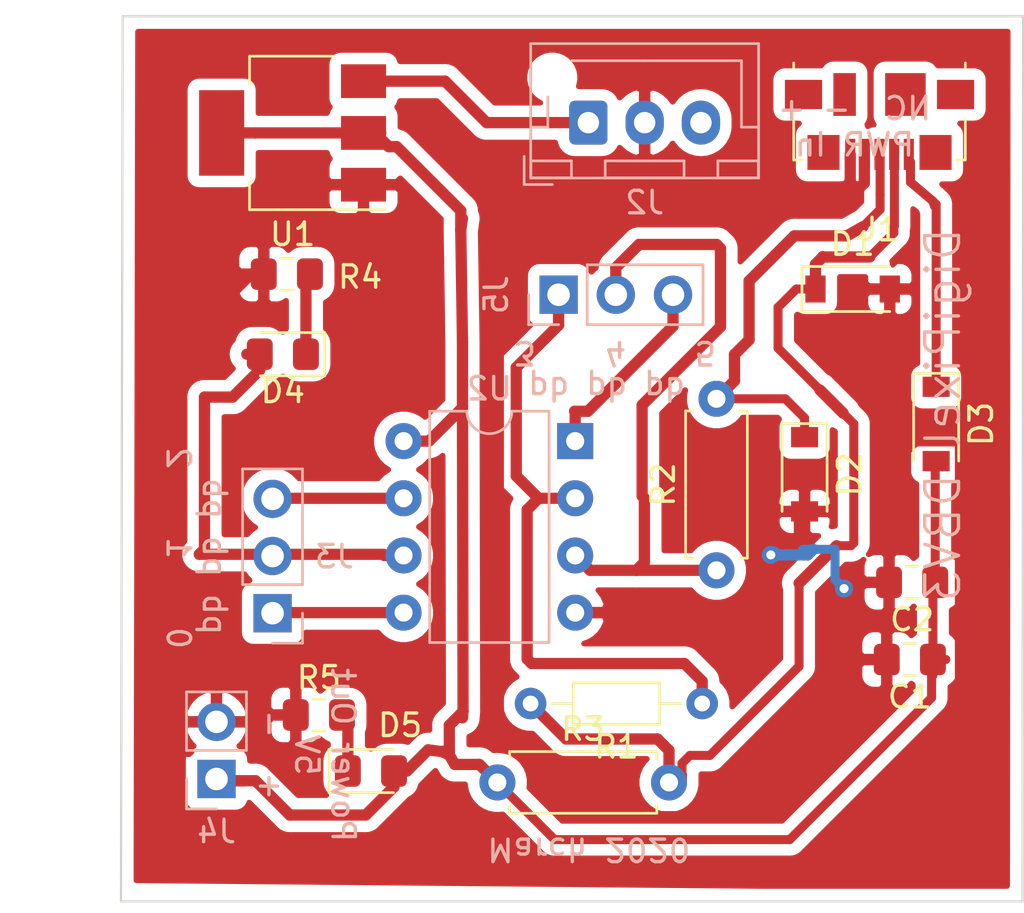
<source format=kicad_pcb>
(kicad_pcb (version 20171130) (host pcbnew "(5.1.5)-3")

  (general
    (thickness 1.6)
    (drawings 12)
    (tracks 199)
    (zones 0)
    (modules 19)
    (nets 15)
  )

  (page A4)
  (title_block
    (title DigiPixel)
    (date 2020-03-07)
    (rev V3)
    (company "DB inc")
    (comment 1 "D3 appears to be reversed")
  )

  (layers
    (0 F.Cu signal)
    (31 B.Cu signal)
    (32 B.Adhes user)
    (33 F.Adhes user)
    (34 B.Paste user)
    (35 F.Paste user)
    (36 B.SilkS user)
    (37 F.SilkS user)
    (38 B.Mask user)
    (39 F.Mask user)
    (40 Dwgs.User user)
    (41 Cmts.User user)
    (42 Eco1.User user)
    (43 Eco2.User user)
    (44 Edge.Cuts user)
    (45 Margin user)
    (46 B.CrtYd user)
    (47 F.CrtYd user)
    (48 B.Fab user)
    (49 F.Fab user)
  )

  (setup
    (last_trace_width 0.25)
    (user_trace_width 0.4)
    (user_trace_width 0.5)
    (trace_clearance 0.2)
    (zone_clearance 0.508)
    (zone_45_only no)
    (trace_min 0.2)
    (via_size 0.8)
    (via_drill 0.4)
    (via_min_size 0.4)
    (via_min_drill 0.3)
    (uvia_size 0.3)
    (uvia_drill 0.1)
    (uvias_allowed no)
    (uvia_min_size 0.2)
    (uvia_min_drill 0.1)
    (edge_width 0.05)
    (segment_width 0.2)
    (pcb_text_width 0.3)
    (pcb_text_size 1.5 1.5)
    (mod_edge_width 0.12)
    (mod_text_size 1 1)
    (mod_text_width 0.15)
    (pad_size 1.7 1.7)
    (pad_drill 1)
    (pad_to_mask_clearance 0.051)
    (solder_mask_min_width 0.25)
    (aux_axis_origin 43.1038 127.0254)
    (grid_origin 43.2562 126.9238)
    (visible_elements 7FFFFFFF)
    (pcbplotparams
      (layerselection 0x010fc_ffffffff)
      (usegerberextensions false)
      (usegerberattributes false)
      (usegerberadvancedattributes false)
      (creategerberjobfile false)
      (excludeedgelayer true)
      (linewidth 0.100000)
      (plotframeref false)
      (viasonmask false)
      (mode 1)
      (useauxorigin true)
      (hpglpennumber 1)
      (hpglpenspeed 20)
      (hpglpendiameter 15.000000)
      (psnegative false)
      (psa4output false)
      (plotreference true)
      (plotvalue true)
      (plotinvisibletext false)
      (padsonsilk false)
      (subtractmaskfromsilk false)
      (outputformat 1)
      (mirror false)
      (drillshape 0)
      (scaleselection 1)
      (outputdirectory "../Cams/"))
  )

  (net 0 "")
  (net 1 GND)
  (net 2 +5V)
  (net 3 /d-)
  (net 4 /d+)
  (net 5 /5v)
  (net 6 "Net-(D4-Pad1)")
  (net 7 /PB1)
  (net 8 "Net-(D5-Pad1)")
  (net 9 +BATT)
  (net 10 /Pb0)
  (net 11 /PB2)
  (net 12 /PB5)
  (net 13 /PB4)
  (net 14 /Pb3)

  (net_class Default "This is the default net class."
    (clearance 0.2)
    (trace_width 0.25)
    (via_dia 0.8)
    (via_drill 0.4)
    (uvia_dia 0.3)
    (uvia_drill 0.1)
    (add_net +5V)
    (add_net +BATT)
    (add_net /5v)
    (add_net /PB1)
    (add_net /PB2)
    (add_net /PB4)
    (add_net /PB5)
    (add_net /Pb0)
    (add_net /Pb3)
    (add_net /d+)
    (add_net /d-)
    (add_net GND)
    (add_net "Net-(D4-Pad1)")
    (add_net "Net-(D5-Pad1)")
  )

  (module Connector_PinSocket_2.54mm:PinSocket_1x03_P2.54mm_Vertical (layer B.Cu) (tedit 5E64B876) (tstamp 5E63F643)
    (at 54.9656 113.2586)
    (descr "Through hole straight socket strip, 1x03, 2.54mm pitch, single row (from Kicad 4.0.7), script generated")
    (tags "Through hole socket strip THT 1x03 2.54mm single row")
    (path /5E65387B)
    (fp_text reference J3 (at 2.7432 -2.5146) (layer B.SilkS)
      (effects (font (size 1 1) (thickness 0.15)) (justify mirror))
    )
    (fp_text value Conn_01x03_Female (at 0 -7.85) (layer B.Fab)
      (effects (font (size 1 1) (thickness 0.15)) (justify mirror))
    )
    (fp_line (start -1.27 1.27) (end 0.635 1.27) (layer B.Fab) (width 0.1))
    (fp_line (start 0.635 1.27) (end 1.27 0.635) (layer B.Fab) (width 0.1))
    (fp_line (start 1.27 0.635) (end 1.27 -6.35) (layer B.Fab) (width 0.1))
    (fp_line (start 1.27 -6.35) (end -1.27 -6.35) (layer B.Fab) (width 0.1))
    (fp_line (start -1.27 -6.35) (end -1.27 1.27) (layer B.Fab) (width 0.1))
    (fp_line (start -1.33 -1.27) (end 1.33 -1.27) (layer B.SilkS) (width 0.12))
    (fp_line (start -1.33 -1.27) (end -1.33 -6.41) (layer B.SilkS) (width 0.12))
    (fp_line (start -1.33 -6.41) (end 1.33 -6.41) (layer B.SilkS) (width 0.12))
    (fp_line (start 1.33 -1.27) (end 1.33 -6.41) (layer B.SilkS) (width 0.12))
    (fp_line (start 1.33 1.33) (end 1.33 0) (layer B.SilkS) (width 0.12))
    (fp_line (start 0 1.33) (end 1.33 1.33) (layer B.SilkS) (width 0.12))
    (fp_line (start -1.8 1.8) (end 1.75 1.8) (layer B.CrtYd) (width 0.05))
    (fp_line (start 1.75 1.8) (end 1.75 -6.85) (layer B.CrtYd) (width 0.05))
    (fp_line (start 1.75 -6.85) (end -1.8 -6.85) (layer B.CrtYd) (width 0.05))
    (fp_line (start -1.8 -6.85) (end -1.8 1.8) (layer B.CrtYd) (width 0.05))
    (fp_text user %R (at 0 -2.54 270) (layer B.Fab)
      (effects (font (size 1 1) (thickness 0.15)) (justify mirror))
    )
    (pad 1 thru_hole rect (at 0 0) (size 1.7 1.7) (drill 1) (layers *.Cu *.Mask)
      (net 10 /Pb0))
    (pad 2 thru_hole oval (at 0 -2.54) (size 1.7 1.7) (drill 1) (layers *.Cu *.Mask)
      (net 7 /PB1))
    (pad 3 thru_hole oval (at 0 -5.08) (size 1.7 1.7) (drill 1) (layers *.Cu *.Mask)
      (net 11 /PB2))
    (model ${KISYS3DMOD}/Connector_PinSocket_2.54mm.3dshapes/PinSocket_1x03_P2.54mm_Vertical.wrl
      (at (xyz 0 0 0))
      (scale (xyz 1 1 1))
      (rotate (xyz 0 0 0))
    )
  )

  (module Connector_PinSocket_2.54mm:PinSocket_1x03_P2.54mm_Vertical (layer B.Cu) (tedit 5A19A429) (tstamp 5E63F5C2)
    (at 67.6656 99.1108 270)
    (descr "Through hole straight socket strip, 1x03, 2.54mm pitch, single row (from Kicad 4.0.7), script generated")
    (tags "Through hole socket strip THT 1x03 2.54mm single row")
    (path /5E64BEBB)
    (fp_text reference J5 (at 0 2.77 90) (layer B.SilkS)
      (effects (font (size 1 1) (thickness 0.15)) (justify mirror))
    )
    (fp_text value Conn_01x03_Female (at 0 -7.85 90) (layer B.Fab)
      (effects (font (size 1 1) (thickness 0.15)) (justify mirror))
    )
    (fp_text user %R (at 0 -2.54 180) (layer B.Fab)
      (effects (font (size 1 1) (thickness 0.15)) (justify mirror))
    )
    (fp_line (start -1.8 -6.85) (end -1.8 1.8) (layer B.CrtYd) (width 0.05))
    (fp_line (start 1.75 -6.85) (end -1.8 -6.85) (layer B.CrtYd) (width 0.05))
    (fp_line (start 1.75 1.8) (end 1.75 -6.85) (layer B.CrtYd) (width 0.05))
    (fp_line (start -1.8 1.8) (end 1.75 1.8) (layer B.CrtYd) (width 0.05))
    (fp_line (start 0 1.33) (end 1.33 1.33) (layer B.SilkS) (width 0.12))
    (fp_line (start 1.33 1.33) (end 1.33 0) (layer B.SilkS) (width 0.12))
    (fp_line (start 1.33 -1.27) (end 1.33 -6.41) (layer B.SilkS) (width 0.12))
    (fp_line (start -1.33 -6.41) (end 1.33 -6.41) (layer B.SilkS) (width 0.12))
    (fp_line (start -1.33 -1.27) (end -1.33 -6.41) (layer B.SilkS) (width 0.12))
    (fp_line (start -1.33 -1.27) (end 1.33 -1.27) (layer B.SilkS) (width 0.12))
    (fp_line (start -1.27 -6.35) (end -1.27 1.27) (layer B.Fab) (width 0.1))
    (fp_line (start 1.27 -6.35) (end -1.27 -6.35) (layer B.Fab) (width 0.1))
    (fp_line (start 1.27 0.635) (end 1.27 -6.35) (layer B.Fab) (width 0.1))
    (fp_line (start 0.635 1.27) (end 1.27 0.635) (layer B.Fab) (width 0.1))
    (fp_line (start -1.27 1.27) (end 0.635 1.27) (layer B.Fab) (width 0.1))
    (pad 3 thru_hole oval (at 0 -5.08 270) (size 1.7 1.7) (drill 1) (layers *.Cu *.Mask)
      (net 12 /PB5))
    (pad 2 thru_hole oval (at 0 -2.54 270) (size 1.7 1.7) (drill 1) (layers *.Cu *.Mask)
      (net 13 /PB4))
    (pad 1 thru_hole rect (at 0 0 270) (size 1.7 1.7) (drill 1) (layers *.Cu *.Mask)
      (net 14 /Pb3))
    (model ${KISYS3DMOD}/Connector_PinSocket_2.54mm.3dshapes/PinSocket_1x03_P2.54mm_Vertical.wrl
      (at (xyz 0 0 0))
      (scale (xyz 1 1 1))
      (rotate (xyz 0 0 0))
    )
  )

  (module Connector_USB:USB_Micro-B_Molex_47346-0001 (layer F.Cu) (tedit 5D8620A7) (tstamp 5E63F4A2)
    (at 81.915 91.4146 180)
    (descr "Micro USB B receptable with flange, bottom-mount, SMD, right-angle (http://www.molex.com/pdm_docs/sd/473460001_sd.pdf)")
    (tags "Micro B USB SMD")
    (path /5E600CBD)
    (attr smd)
    (fp_text reference J1 (at 0 -4.8 180) (layer F.SilkS)
      (effects (font (size 1 1) (thickness 0.15)))
    )
    (fp_text value USB_B (at 0 3.5) (layer F.Fab)
      (effects (font (size 1 1) (thickness 0.15)))
    )
    (fp_line (start -3.25 2.65) (end 3.25 2.65) (layer F.Fab) (width 0.1))
    (fp_line (start -3.81 2.6) (end -3.81 2.34) (layer F.SilkS) (width 0.12))
    (fp_line (start -3.81 0.06) (end -3.81 -1.71) (layer F.SilkS) (width 0.12))
    (fp_line (start -3.81 -1.71) (end -3.43 -1.71) (layer F.SilkS) (width 0.12))
    (fp_line (start 3.81 -1.71) (end 3.81 0.06) (layer F.SilkS) (width 0.12))
    (fp_line (start 3.81 2.34) (end 3.81 2.6) (layer F.SilkS) (width 0.12))
    (fp_line (start -3.75 3.35) (end -3.75 -1.65) (layer F.Fab) (width 0.1))
    (fp_line (start -3.75 -1.65) (end 3.75 -1.65) (layer F.Fab) (width 0.1))
    (fp_line (start 3.75 -1.65) (end 3.75 3.35) (layer F.Fab) (width 0.1))
    (fp_line (start 3.75 3.35) (end -3.75 3.35) (layer F.Fab) (width 0.1))
    (fp_line (start -4.7 3.85) (end -4.7 -2.65) (layer F.CrtYd) (width 0.05))
    (fp_line (start -4.7 -2.65) (end 4.7 -2.65) (layer F.CrtYd) (width 0.05))
    (fp_line (start 4.7 -2.65) (end 4.7 3.85) (layer F.CrtYd) (width 0.05))
    (fp_line (start 4.7 3.85) (end -4.7 3.85) (layer F.CrtYd) (width 0.05))
    (fp_line (start 3.81 -1.71) (end 3.43 -1.71) (layer F.SilkS) (width 0.12))
    (fp_text user %R (at 0 -1.5) (layer F.Fab)
      (effects (font (size 1 1) (thickness 0.15)))
    )
    (fp_text user "PCB Edge" (at 0 1.45) (layer Dwgs.User)
      (effects (font (size 0.4 0.4) (thickness 0.04)))
    )
    (pad 6 smd rect (at 1.55 1.2 180) (size 1 1.9) (layers F.Cu F.Paste F.Mask))
    (pad 6 smd rect (at -1.15 1.2 180) (size 1.8 1.9) (layers F.Cu F.Paste F.Mask))
    (pad 6 smd rect (at 3.375 1.2 180) (size 1.65 1.3) (layers F.Cu F.Paste F.Mask))
    (pad 6 smd rect (at -3.375 1.2 180) (size 1.65 1.3) (layers F.Cu F.Paste F.Mask))
    (pad 6 smd rect (at 2.4875 -1.375 180) (size 1.425 1.55) (layers F.Cu F.Paste F.Mask))
    (pad 6 smd rect (at -2.4875 -1.375 180) (size 1.425 1.55) (layers F.Cu F.Paste F.Mask))
    (pad 5 smd rect (at 1.3 -1.46 180) (size 0.45 1.38) (layers F.Cu F.Paste F.Mask)
      (net 1 GND))
    (pad 4 smd rect (at 0.65 -1.46 180) (size 0.45 1.38) (layers F.Cu F.Paste F.Mask)
      (net 1 GND))
    (pad 3 smd rect (at 0 -1.46 180) (size 0.45 1.38) (layers F.Cu F.Paste F.Mask)
      (net 4 /d+))
    (pad 2 smd rect (at -0.65 -1.46 180) (size 0.45 1.38) (layers F.Cu F.Paste F.Mask)
      (net 3 /d-))
    (pad 1 smd rect (at -1.3 -1.46 180) (size 0.45 1.38) (layers F.Cu F.Paste F.Mask)
      (net 5 /5v))
    (model ${KISYS3DMOD}/Connector_USB.3dshapes/USB_Micro-B_Molex_47346-0001.wrl
      (at (xyz 0 0 0))
      (scale (xyz 1 1 1))
      (rotate (xyz 0 0 0))
    )
  )

  (module Capacitor_SMD:C_0805_2012Metric_Pad1.15x1.40mm_HandSolder (layer F.Cu) (tedit 5B36C52B) (tstamp 5E63F8FB)
    (at 83.2612 115.316 180)
    (descr "Capacitor SMD 0805 (2012 Metric), square (rectangular) end terminal, IPC_7351 nominal with elongated pad for handsoldering. (Body size source: https://docs.google.com/spreadsheets/d/1BsfQQcO9C6DZCsRaXUlFlo91Tg2WpOkGARC1WS5S8t0/edit?usp=sharing), generated with kicad-footprint-generator")
    (tags "capacitor handsolder")
    (path /5E5FA5B4)
    (attr smd)
    (fp_text reference C1 (at 0 -1.65) (layer F.SilkS)
      (effects (font (size 1 1) (thickness 0.15)))
    )
    (fp_text value 4.7uf (at 0 1.65) (layer F.Fab)
      (effects (font (size 1 1) (thickness 0.15)))
    )
    (fp_text user %R (at 0 0) (layer F.Fab)
      (effects (font (size 0.5 0.5) (thickness 0.08)))
    )
    (fp_line (start 1.85 0.95) (end -1.85 0.95) (layer F.CrtYd) (width 0.05))
    (fp_line (start 1.85 -0.95) (end 1.85 0.95) (layer F.CrtYd) (width 0.05))
    (fp_line (start -1.85 -0.95) (end 1.85 -0.95) (layer F.CrtYd) (width 0.05))
    (fp_line (start -1.85 0.95) (end -1.85 -0.95) (layer F.CrtYd) (width 0.05))
    (fp_line (start -0.261252 0.71) (end 0.261252 0.71) (layer F.SilkS) (width 0.12))
    (fp_line (start -0.261252 -0.71) (end 0.261252 -0.71) (layer F.SilkS) (width 0.12))
    (fp_line (start 1 0.6) (end -1 0.6) (layer F.Fab) (width 0.1))
    (fp_line (start 1 -0.6) (end 1 0.6) (layer F.Fab) (width 0.1))
    (fp_line (start -1 -0.6) (end 1 -0.6) (layer F.Fab) (width 0.1))
    (fp_line (start -1 0.6) (end -1 -0.6) (layer F.Fab) (width 0.1))
    (pad 2 smd roundrect (at 1.025 0 180) (size 1.15 1.4) (layers F.Cu F.Paste F.Mask) (roundrect_rratio 0.217391)
      (net 1 GND))
    (pad 1 smd roundrect (at -1.025 0 180) (size 1.15 1.4) (layers F.Cu F.Paste F.Mask) (roundrect_rratio 0.217391)
      (net 2 +5V))
    (model ${KISYS3DMOD}/Capacitor_SMD.3dshapes/C_0805_2012Metric.wrl
      (at (xyz 0 0 0))
      (scale (xyz 1 1 1))
      (rotate (xyz 0 0 0))
    )
  )

  (module Capacitor_SMD:C_0805_2012Metric_Pad1.15x1.40mm_HandSolder (layer F.Cu) (tedit 5B36C52B) (tstamp 5E63F8CB)
    (at 83.3628 111.887 180)
    (descr "Capacitor SMD 0805 (2012 Metric), square (rectangular) end terminal, IPC_7351 nominal with elongated pad for handsoldering. (Body size source: https://docs.google.com/spreadsheets/d/1BsfQQcO9C6DZCsRaXUlFlo91Tg2WpOkGARC1WS5S8t0/edit?usp=sharing), generated with kicad-footprint-generator")
    (tags "capacitor handsolder")
    (path /5E5FA6C8)
    (attr smd)
    (fp_text reference C2 (at 0 -1.65) (layer F.SilkS)
      (effects (font (size 1 1) (thickness 0.15)))
    )
    (fp_text value 0.1uf (at 0 1.65) (layer F.Fab)
      (effects (font (size 1 1) (thickness 0.15)))
    )
    (fp_line (start -1 0.6) (end -1 -0.6) (layer F.Fab) (width 0.1))
    (fp_line (start -1 -0.6) (end 1 -0.6) (layer F.Fab) (width 0.1))
    (fp_line (start 1 -0.6) (end 1 0.6) (layer F.Fab) (width 0.1))
    (fp_line (start 1 0.6) (end -1 0.6) (layer F.Fab) (width 0.1))
    (fp_line (start -0.261252 -0.71) (end 0.261252 -0.71) (layer F.SilkS) (width 0.12))
    (fp_line (start -0.261252 0.71) (end 0.261252 0.71) (layer F.SilkS) (width 0.12))
    (fp_line (start -1.85 0.95) (end -1.85 -0.95) (layer F.CrtYd) (width 0.05))
    (fp_line (start -1.85 -0.95) (end 1.85 -0.95) (layer F.CrtYd) (width 0.05))
    (fp_line (start 1.85 -0.95) (end 1.85 0.95) (layer F.CrtYd) (width 0.05))
    (fp_line (start 1.85 0.95) (end -1.85 0.95) (layer F.CrtYd) (width 0.05))
    (fp_text user %R (at 0 0) (layer F.Fab)
      (effects (font (size 0.5 0.5) (thickness 0.08)))
    )
    (pad 1 smd roundrect (at -1.025 0 180) (size 1.15 1.4) (layers F.Cu F.Paste F.Mask) (roundrect_rratio 0.217391)
      (net 2 +5V))
    (pad 2 smd roundrect (at 1.025 0 180) (size 1.15 1.4) (layers F.Cu F.Paste F.Mask) (roundrect_rratio 0.217391)
      (net 1 GND))
    (model ${KISYS3DMOD}/Capacitor_SMD.3dshapes/C_0805_2012Metric.wrl
      (at (xyz 0 0 0))
      (scale (xyz 1 1 1))
      (rotate (xyz 0 0 0))
    )
  )

  (module Diode_SMD:D_SOD-123 (layer F.Cu) (tedit 58645DC7) (tstamp 5E63F88B)
    (at 80.7212 98.8568)
    (descr SOD-123)
    (tags SOD-123)
    (path /5E611D84)
    (attr smd)
    (fp_text reference D1 (at 0 -2) (layer F.SilkS)
      (effects (font (size 1 1) (thickness 0.15)))
    )
    (fp_text value D_Zener3.6v (at 0 2.1) (layer F.Fab)
      (effects (font (size 1 1) (thickness 0.15)))
    )
    (fp_text user %R (at 0 -2) (layer F.Fab)
      (effects (font (size 1 1) (thickness 0.15)))
    )
    (fp_line (start -2.25 -1) (end -2.25 1) (layer F.SilkS) (width 0.12))
    (fp_line (start 0.25 0) (end 0.75 0) (layer F.Fab) (width 0.1))
    (fp_line (start 0.25 0.4) (end -0.35 0) (layer F.Fab) (width 0.1))
    (fp_line (start 0.25 -0.4) (end 0.25 0.4) (layer F.Fab) (width 0.1))
    (fp_line (start -0.35 0) (end 0.25 -0.4) (layer F.Fab) (width 0.1))
    (fp_line (start -0.35 0) (end -0.35 0.55) (layer F.Fab) (width 0.1))
    (fp_line (start -0.35 0) (end -0.35 -0.55) (layer F.Fab) (width 0.1))
    (fp_line (start -0.75 0) (end -0.35 0) (layer F.Fab) (width 0.1))
    (fp_line (start -1.4 0.9) (end -1.4 -0.9) (layer F.Fab) (width 0.1))
    (fp_line (start 1.4 0.9) (end -1.4 0.9) (layer F.Fab) (width 0.1))
    (fp_line (start 1.4 -0.9) (end 1.4 0.9) (layer F.Fab) (width 0.1))
    (fp_line (start -1.4 -0.9) (end 1.4 -0.9) (layer F.Fab) (width 0.1))
    (fp_line (start -2.35 -1.15) (end 2.35 -1.15) (layer F.CrtYd) (width 0.05))
    (fp_line (start 2.35 -1.15) (end 2.35 1.15) (layer F.CrtYd) (width 0.05))
    (fp_line (start 2.35 1.15) (end -2.35 1.15) (layer F.CrtYd) (width 0.05))
    (fp_line (start -2.35 -1.15) (end -2.35 1.15) (layer F.CrtYd) (width 0.05))
    (fp_line (start -2.25 1) (end 1.65 1) (layer F.SilkS) (width 0.12))
    (fp_line (start -2.25 -1) (end 1.65 -1) (layer F.SilkS) (width 0.12))
    (pad 1 smd rect (at -1.65 0) (size 0.9 1.2) (layers F.Cu F.Paste F.Mask)
      (net 3 /d-))
    (pad 2 smd rect (at 1.65 0) (size 0.9 1.2) (layers F.Cu F.Paste F.Mask)
      (net 1 GND))
    (model ${KISYS3DMOD}/Diode_SMD.3dshapes/D_SOD-123.wrl
      (at (xyz 0 0 0))
      (scale (xyz 1 1 1))
      (rotate (xyz 0 0 0))
    )
  )

  (module Diode_SMD:D_SOD-123 (layer F.Cu) (tedit 58645DC7) (tstamp 5E63F843)
    (at 78.5876 107.0864 270)
    (descr SOD-123)
    (tags SOD-123)
    (path /5E6120C5)
    (attr smd)
    (fp_text reference D2 (at 0 -2 90) (layer F.SilkS)
      (effects (font (size 1 1) (thickness 0.15)))
    )
    (fp_text value D_Zener3.6v (at 0 2.1 90) (layer F.Fab)
      (effects (font (size 1 1) (thickness 0.15)))
    )
    (fp_text user %R (at 0 -2 90) (layer F.Fab)
      (effects (font (size 1 1) (thickness 0.15)))
    )
    (fp_line (start -2.25 -1) (end -2.25 1) (layer F.SilkS) (width 0.12))
    (fp_line (start 0.25 0) (end 0.75 0) (layer F.Fab) (width 0.1))
    (fp_line (start 0.25 0.4) (end -0.35 0) (layer F.Fab) (width 0.1))
    (fp_line (start 0.25 -0.4) (end 0.25 0.4) (layer F.Fab) (width 0.1))
    (fp_line (start -0.35 0) (end 0.25 -0.4) (layer F.Fab) (width 0.1))
    (fp_line (start -0.35 0) (end -0.35 0.55) (layer F.Fab) (width 0.1))
    (fp_line (start -0.35 0) (end -0.35 -0.55) (layer F.Fab) (width 0.1))
    (fp_line (start -0.75 0) (end -0.35 0) (layer F.Fab) (width 0.1))
    (fp_line (start -1.4 0.9) (end -1.4 -0.9) (layer F.Fab) (width 0.1))
    (fp_line (start 1.4 0.9) (end -1.4 0.9) (layer F.Fab) (width 0.1))
    (fp_line (start 1.4 -0.9) (end 1.4 0.9) (layer F.Fab) (width 0.1))
    (fp_line (start -1.4 -0.9) (end 1.4 -0.9) (layer F.Fab) (width 0.1))
    (fp_line (start -2.35 -1.15) (end 2.35 -1.15) (layer F.CrtYd) (width 0.05))
    (fp_line (start 2.35 -1.15) (end 2.35 1.15) (layer F.CrtYd) (width 0.05))
    (fp_line (start 2.35 1.15) (end -2.35 1.15) (layer F.CrtYd) (width 0.05))
    (fp_line (start -2.35 -1.15) (end -2.35 1.15) (layer F.CrtYd) (width 0.05))
    (fp_line (start -2.25 1) (end 1.65 1) (layer F.SilkS) (width 0.12))
    (fp_line (start -2.25 -1) (end 1.65 -1) (layer F.SilkS) (width 0.12))
    (pad 1 smd rect (at -1.65 0 270) (size 0.9 1.2) (layers F.Cu F.Paste F.Mask)
      (net 4 /d+))
    (pad 2 smd rect (at 1.65 0 270) (size 0.9 1.2) (layers F.Cu F.Paste F.Mask)
      (net 1 GND))
    (model ${KISYS3DMOD}/Diode_SMD.3dshapes/D_SOD-123.wrl
      (at (xyz 0 0 0))
      (scale (xyz 1 1 1))
      (rotate (xyz 0 0 0))
    )
  )

  (module Diode_SMD:D_SOD-123 (layer F.Cu) (tedit 58645DC7) (tstamp 5E63F7FB)
    (at 84.4296 104.8512 270)
    (descr SOD-123)
    (tags SOD-123)
    (path /5E6067EC)
    (attr smd)
    (fp_text reference D3 (at 0 -2 90) (layer F.SilkS)
      (effects (font (size 1 1) (thickness 0.15)))
    )
    (fp_text value MBR0520LT (at 0 2.1 90) (layer F.Fab)
      (effects (font (size 1 1) (thickness 0.15)))
    )
    (fp_line (start -2.25 -1) (end 1.65 -1) (layer F.SilkS) (width 0.12))
    (fp_line (start -2.25 1) (end 1.65 1) (layer F.SilkS) (width 0.12))
    (fp_line (start -2.35 -1.15) (end -2.35 1.15) (layer F.CrtYd) (width 0.05))
    (fp_line (start 2.35 1.15) (end -2.35 1.15) (layer F.CrtYd) (width 0.05))
    (fp_line (start 2.35 -1.15) (end 2.35 1.15) (layer F.CrtYd) (width 0.05))
    (fp_line (start -2.35 -1.15) (end 2.35 -1.15) (layer F.CrtYd) (width 0.05))
    (fp_line (start -1.4 -0.9) (end 1.4 -0.9) (layer F.Fab) (width 0.1))
    (fp_line (start 1.4 -0.9) (end 1.4 0.9) (layer F.Fab) (width 0.1))
    (fp_line (start 1.4 0.9) (end -1.4 0.9) (layer F.Fab) (width 0.1))
    (fp_line (start -1.4 0.9) (end -1.4 -0.9) (layer F.Fab) (width 0.1))
    (fp_line (start -0.75 0) (end -0.35 0) (layer F.Fab) (width 0.1))
    (fp_line (start -0.35 0) (end -0.35 -0.55) (layer F.Fab) (width 0.1))
    (fp_line (start -0.35 0) (end -0.35 0.55) (layer F.Fab) (width 0.1))
    (fp_line (start -0.35 0) (end 0.25 -0.4) (layer F.Fab) (width 0.1))
    (fp_line (start 0.25 -0.4) (end 0.25 0.4) (layer F.Fab) (width 0.1))
    (fp_line (start 0.25 0.4) (end -0.35 0) (layer F.Fab) (width 0.1))
    (fp_line (start 0.25 0) (end 0.75 0) (layer F.Fab) (width 0.1))
    (fp_line (start -2.25 -1) (end -2.25 1) (layer F.SilkS) (width 0.12))
    (fp_text user %R (at 0 -2 90) (layer F.Fab)
      (effects (font (size 1 1) (thickness 0.15)))
    )
    (pad 2 smd rect (at 1.65 0 270) (size 0.9 1.2) (layers F.Cu F.Paste F.Mask)
      (net 2 +5V))
    (pad 1 smd rect (at -1.65 0 270) (size 0.9 1.2) (layers F.Cu F.Paste F.Mask)
      (net 5 /5v))
    (model ${KISYS3DMOD}/Diode_SMD.3dshapes/D_SOD-123.wrl
      (at (xyz 0 0 0))
      (scale (xyz 1 1 1))
      (rotate (xyz 0 0 0))
    )
  )

  (module LED_SMD:LED_0805_2012Metric_Pad1.15x1.40mm_HandSolder (layer F.Cu) (tedit 5B4B45C9) (tstamp 5E63F546)
    (at 55.4228 101.7524 180)
    (descr "LED SMD 0805 (2012 Metric), square (rectangular) end terminal, IPC_7351 nominal, (Body size source: https://docs.google.com/spreadsheets/d/1BsfQQcO9C6DZCsRaXUlFlo91Tg2WpOkGARC1WS5S8t0/edit?usp=sharing), generated with kicad-footprint-generator")
    (tags "LED handsolder")
    (path /5E5EC557)
    (attr smd)
    (fp_text reference D4 (at 0 -1.65) (layer F.SilkS)
      (effects (font (size 1 1) (thickness 0.15)))
    )
    (fp_text value LED (at -3.5306 -0.2286) (layer F.Fab)
      (effects (font (size 1 1) (thickness 0.15)))
    )
    (fp_line (start 1 -0.6) (end -0.7 -0.6) (layer F.Fab) (width 0.1))
    (fp_line (start -0.7 -0.6) (end -1 -0.3) (layer F.Fab) (width 0.1))
    (fp_line (start -1 -0.3) (end -1 0.6) (layer F.Fab) (width 0.1))
    (fp_line (start -1 0.6) (end 1 0.6) (layer F.Fab) (width 0.1))
    (fp_line (start 1 0.6) (end 1 -0.6) (layer F.Fab) (width 0.1))
    (fp_line (start 1 -0.96) (end -1.86 -0.96) (layer F.SilkS) (width 0.12))
    (fp_line (start -1.86 -0.96) (end -1.86 0.96) (layer F.SilkS) (width 0.12))
    (fp_line (start -1.86 0.96) (end 1 0.96) (layer F.SilkS) (width 0.12))
    (fp_line (start -1.85 0.95) (end -1.85 -0.95) (layer F.CrtYd) (width 0.05))
    (fp_line (start -1.85 -0.95) (end 1.85 -0.95) (layer F.CrtYd) (width 0.05))
    (fp_line (start 1.85 -0.95) (end 1.85 0.95) (layer F.CrtYd) (width 0.05))
    (fp_line (start 1.85 0.95) (end -1.85 0.95) (layer F.CrtYd) (width 0.05))
    (fp_text user %R (at 0 0) (layer F.Fab)
      (effects (font (size 0.5 0.5) (thickness 0.08)))
    )
    (pad 1 smd roundrect (at -1.025 0 180) (size 1.15 1.4) (layers F.Cu F.Paste F.Mask) (roundrect_rratio 0.217391)
      (net 6 "Net-(D4-Pad1)"))
    (pad 2 smd roundrect (at 1.025 0 180) (size 1.15 1.4) (layers F.Cu F.Paste F.Mask) (roundrect_rratio 0.217391)
      (net 7 /PB1))
    (model ${KISYS3DMOD}/LED_SMD.3dshapes/LED_0805_2012Metric.wrl
      (at (xyz 0 0 0))
      (scale (xyz 1 1 1))
      (rotate (xyz 0 0 0))
    )
  )

  (module LED_SMD:LED_0805_2012Metric_Pad1.15x1.40mm_HandSolder (layer F.Cu) (tedit 5B4B45C9) (tstamp 5E63F510)
    (at 59.3344 120.269)
    (descr "LED SMD 0805 (2012 Metric), square (rectangular) end terminal, IPC_7351 nominal, (Body size source: https://docs.google.com/spreadsheets/d/1BsfQQcO9C6DZCsRaXUlFlo91Tg2WpOkGARC1WS5S8t0/edit?usp=sharing), generated with kicad-footprint-generator")
    (tags "LED handsolder")
    (path /5E5EC5E2)
    (attr smd)
    (fp_text reference D5 (at 1.2954 -2.032) (layer F.SilkS)
      (effects (font (size 1 1) (thickness 0.15)))
    )
    (fp_text value PWR (at 0 1.65) (layer F.Fab)
      (effects (font (size 1 1) (thickness 0.15)))
    )
    (fp_text user %R (at 0 0) (layer F.Fab)
      (effects (font (size 0.5 0.5) (thickness 0.08)))
    )
    (fp_line (start 1.85 0.95) (end -1.85 0.95) (layer F.CrtYd) (width 0.05))
    (fp_line (start 1.85 -0.95) (end 1.85 0.95) (layer F.CrtYd) (width 0.05))
    (fp_line (start -1.85 -0.95) (end 1.85 -0.95) (layer F.CrtYd) (width 0.05))
    (fp_line (start -1.85 0.95) (end -1.85 -0.95) (layer F.CrtYd) (width 0.05))
    (fp_line (start -1.86 0.96) (end 1 0.96) (layer F.SilkS) (width 0.12))
    (fp_line (start -1.86 -0.96) (end -1.86 0.96) (layer F.SilkS) (width 0.12))
    (fp_line (start 1 -0.96) (end -1.86 -0.96) (layer F.SilkS) (width 0.12))
    (fp_line (start 1 0.6) (end 1 -0.6) (layer F.Fab) (width 0.1))
    (fp_line (start -1 0.6) (end 1 0.6) (layer F.Fab) (width 0.1))
    (fp_line (start -1 -0.3) (end -1 0.6) (layer F.Fab) (width 0.1))
    (fp_line (start -0.7 -0.6) (end -1 -0.3) (layer F.Fab) (width 0.1))
    (fp_line (start 1 -0.6) (end -0.7 -0.6) (layer F.Fab) (width 0.1))
    (pad 2 smd roundrect (at 1.025 0) (size 1.15 1.4) (layers F.Cu F.Paste F.Mask) (roundrect_rratio 0.217391)
      (net 2 +5V))
    (pad 1 smd roundrect (at -1.025 0) (size 1.15 1.4) (layers F.Cu F.Paste F.Mask) (roundrect_rratio 0.217391)
      (net 8 "Net-(D5-Pad1)"))
    (model ${KISYS3DMOD}/LED_SMD.3dshapes/LED_0805_2012Metric.wrl
      (at (xyz 0 0 0))
      (scale (xyz 1 1 1))
      (rotate (xyz 0 0 0))
    )
  )

  (module Connector_JST:JST_XH_B3B-XH-AM_1x03_P2.50mm_Vertical (layer B.Cu) (tedit 5C28146E) (tstamp 5E63F420)
    (at 68.9864 91.4654)
    (descr "JST XH series connector, B3B-XH-AM, with boss (http://www.jst-mfg.com/product/pdf/eng/eXH.pdf), generated with kicad-footprint-generator")
    (tags "connector JST XH vertical boss")
    (path /5E5E38A5)
    (fp_text reference J2 (at 2.5 3.55) (layer B.SilkS)
      (effects (font (size 1 1) (thickness 0.15)) (justify mirror))
    )
    (fp_text value Conn_01x02_Male (at 2.5 -4.6) (layer B.Fab)
      (effects (font (size 1 1) (thickness 0.15)) (justify mirror))
    )
    (fp_line (start -2.45 2.35) (end -2.45 -3.4) (layer B.Fab) (width 0.1))
    (fp_line (start -2.45 -3.4) (end 7.45 -3.4) (layer B.Fab) (width 0.1))
    (fp_line (start 7.45 -3.4) (end 7.45 2.35) (layer B.Fab) (width 0.1))
    (fp_line (start 7.45 2.35) (end -2.45 2.35) (layer B.Fab) (width 0.1))
    (fp_line (start -2.56 2.46) (end -2.56 -3.51) (layer B.SilkS) (width 0.12))
    (fp_line (start -2.56 -3.51) (end 7.56 -3.51) (layer B.SilkS) (width 0.12))
    (fp_line (start 7.56 -3.51) (end 7.56 2.46) (layer B.SilkS) (width 0.12))
    (fp_line (start 7.56 2.46) (end -2.56 2.46) (layer B.SilkS) (width 0.12))
    (fp_line (start -2.95 2.85) (end -2.95 -3.9) (layer B.CrtYd) (width 0.05))
    (fp_line (start -2.95 -3.9) (end 7.95 -3.9) (layer B.CrtYd) (width 0.05))
    (fp_line (start 7.95 -3.9) (end 7.95 2.85) (layer B.CrtYd) (width 0.05))
    (fp_line (start 7.95 2.85) (end -2.95 2.85) (layer B.CrtYd) (width 0.05))
    (fp_line (start -0.625 2.35) (end 0 1.35) (layer B.Fab) (width 0.1))
    (fp_line (start 0 1.35) (end 0.625 2.35) (layer B.Fab) (width 0.1))
    (fp_line (start 0.75 2.45) (end 0.75 1.7) (layer B.SilkS) (width 0.12))
    (fp_line (start 0.75 1.7) (end 4.25 1.7) (layer B.SilkS) (width 0.12))
    (fp_line (start 4.25 1.7) (end 4.25 2.45) (layer B.SilkS) (width 0.12))
    (fp_line (start 4.25 2.45) (end 0.75 2.45) (layer B.SilkS) (width 0.12))
    (fp_line (start -2.55 2.45) (end -2.55 1.7) (layer B.SilkS) (width 0.12))
    (fp_line (start -2.55 1.7) (end -0.75 1.7) (layer B.SilkS) (width 0.12))
    (fp_line (start -0.75 1.7) (end -0.75 2.45) (layer B.SilkS) (width 0.12))
    (fp_line (start -0.75 2.45) (end -2.55 2.45) (layer B.SilkS) (width 0.12))
    (fp_line (start 5.75 2.45) (end 5.75 1.7) (layer B.SilkS) (width 0.12))
    (fp_line (start 5.75 1.7) (end 7.55 1.7) (layer B.SilkS) (width 0.12))
    (fp_line (start 7.55 1.7) (end 7.55 2.45) (layer B.SilkS) (width 0.12))
    (fp_line (start 7.55 2.45) (end 5.75 2.45) (layer B.SilkS) (width 0.12))
    (fp_line (start -2.55 0.2) (end -1.8 0.2) (layer B.SilkS) (width 0.12))
    (fp_line (start -1.8 0.2) (end -1.8 -1.14) (layer B.SilkS) (width 0.12))
    (fp_line (start 2.5 -2.75) (end -0.74 -2.75) (layer B.SilkS) (width 0.12))
    (fp_line (start 7.55 0.2) (end 6.8 0.2) (layer B.SilkS) (width 0.12))
    (fp_line (start 6.8 0.2) (end 6.8 -2.75) (layer B.SilkS) (width 0.12))
    (fp_line (start 6.8 -2.75) (end 2.5 -2.75) (layer B.SilkS) (width 0.12))
    (fp_line (start -1.6 2.75) (end -2.85 2.75) (layer B.SilkS) (width 0.12))
    (fp_line (start -2.85 2.75) (end -2.85 1.5) (layer B.SilkS) (width 0.12))
    (fp_text user %R (at 2.5 -2.7) (layer B.Fab)
      (effects (font (size 1 1) (thickness 0.15)) (justify mirror))
    )
    (pad 1 thru_hole roundrect (at 0 0) (size 1.7 1.95) (drill 0.95) (layers *.Cu *.Mask) (roundrect_rratio 0.147059)
      (net 9 +BATT))
    (pad 2 thru_hole oval (at 2.5 0) (size 1.7 1.95) (drill 0.95) (layers *.Cu *.Mask)
      (net 1 GND))
    (pad 3 thru_hole oval (at 5 0) (size 1.7 1.95) (drill 0.95) (layers *.Cu *.Mask))
    (pad "" np_thru_hole circle (at -1.6 -2) (size 1.2 1.2) (drill 1.2) (layers *.Cu *.Mask))
    (model ${KISYS3DMOD}/Connector_JST.3dshapes/JST_XH_B3B-XH-AM_1x03_P2.50mm_Vertical.wrl
      (at (xyz 0 0 0))
      (scale (xyz 1 1 1))
      (rotate (xyz 0 0 0))
    )
    (model ${KISYS3DMOD}/Connector_JST.3dshapes/JST_XH_B3B-XH-A_1x03_P2.50mm_Vertical.step
      (at (xyz 0 0 0))
      (scale (xyz 1 1 1))
      (rotate (xyz 0 0 0))
    )
  )

  (module Connector_PinHeader_2.54mm:PinHeader_1x02_P2.54mm_Vertical (layer B.Cu) (tedit 59FED5CC) (tstamp 5E63F603)
    (at 52.4764 120.6246)
    (descr "Through hole straight pin header, 1x02, 2.54mm pitch, single row")
    (tags "Through hole pin header THT 1x02 2.54mm single row")
    (path /5E6DCCDA)
    (fp_text reference J4 (at 0 2.33) (layer B.SilkS)
      (effects (font (size 1 1) (thickness 0.15)) (justify mirror))
    )
    (fp_text value Conn_01x02_Male (at -2.8448 2.667) (layer B.Fab)
      (effects (font (size 1 1) (thickness 0.15)) (justify mirror))
    )
    (fp_line (start -0.635 1.27) (end 1.27 1.27) (layer B.Fab) (width 0.1))
    (fp_line (start 1.27 1.27) (end 1.27 -3.81) (layer B.Fab) (width 0.1))
    (fp_line (start 1.27 -3.81) (end -1.27 -3.81) (layer B.Fab) (width 0.1))
    (fp_line (start -1.27 -3.81) (end -1.27 0.635) (layer B.Fab) (width 0.1))
    (fp_line (start -1.27 0.635) (end -0.635 1.27) (layer B.Fab) (width 0.1))
    (fp_line (start -1.33 -3.87) (end 1.33 -3.87) (layer B.SilkS) (width 0.12))
    (fp_line (start -1.33 -1.27) (end -1.33 -3.87) (layer B.SilkS) (width 0.12))
    (fp_line (start 1.33 -1.27) (end 1.33 -3.87) (layer B.SilkS) (width 0.12))
    (fp_line (start -1.33 -1.27) (end 1.33 -1.27) (layer B.SilkS) (width 0.12))
    (fp_line (start -1.33 0) (end -1.33 1.33) (layer B.SilkS) (width 0.12))
    (fp_line (start -1.33 1.33) (end 0 1.33) (layer B.SilkS) (width 0.12))
    (fp_line (start -1.8 1.8) (end -1.8 -4.35) (layer B.CrtYd) (width 0.05))
    (fp_line (start -1.8 -4.35) (end 1.8 -4.35) (layer B.CrtYd) (width 0.05))
    (fp_line (start 1.8 -4.35) (end 1.8 1.8) (layer B.CrtYd) (width 0.05))
    (fp_line (start 1.8 1.8) (end -1.8 1.8) (layer B.CrtYd) (width 0.05))
    (fp_text user %R (at 0 -1.27 -90) (layer B.Fab)
      (effects (font (size 1 1) (thickness 0.15)) (justify mirror))
    )
    (pad 1 thru_hole rect (at 0 0) (size 1.7 1.7) (drill 1) (layers *.Cu *.Mask)
      (net 2 +5V))
    (pad 2 thru_hole oval (at 0 -2.54) (size 1.7 1.7) (drill 1) (layers *.Cu *.Mask)
      (net 1 GND))
    (model ${KISYS3DMOD}/Connector_PinHeader_2.54mm.3dshapes/PinHeader_1x02_P2.54mm_Vertical.wrl
      (at (xyz 0 0 0))
      (scale (xyz 1 1 1))
      (rotate (xyz 0 0 0))
    )
  )

  (module Resistor_THT:R_Axial_DIN0204_L3.6mm_D1.6mm_P7.62mm_Horizontal (layer F.Cu) (tedit 5AE5139B) (tstamp 5E63F580)
    (at 74.041 117.2718 180)
    (descr "Resistor, Axial_DIN0204 series, Axial, Horizontal, pin pitch=7.62mm, 0.167W, length*diameter=3.6*1.6mm^2, http://cdn-reichelt.de/documents/datenblatt/B400/1_4W%23YAG.pdf")
    (tags "Resistor Axial_DIN0204 series Axial Horizontal pin pitch 7.62mm 0.167W length 3.6mm diameter 1.6mm")
    (path /5E5F6891)
    (fp_text reference R1 (at 3.81 -1.92) (layer F.SilkS)
      (effects (font (size 1 1) (thickness 0.15)))
    )
    (fp_text value 68r (at 3.81 1.92) (layer F.Fab)
      (effects (font (size 1 1) (thickness 0.15)))
    )
    (fp_line (start 2.01 -0.8) (end 2.01 0.8) (layer F.Fab) (width 0.1))
    (fp_line (start 2.01 0.8) (end 5.61 0.8) (layer F.Fab) (width 0.1))
    (fp_line (start 5.61 0.8) (end 5.61 -0.8) (layer F.Fab) (width 0.1))
    (fp_line (start 5.61 -0.8) (end 2.01 -0.8) (layer F.Fab) (width 0.1))
    (fp_line (start 0 0) (end 2.01 0) (layer F.Fab) (width 0.1))
    (fp_line (start 7.62 0) (end 5.61 0) (layer F.Fab) (width 0.1))
    (fp_line (start 1.89 -0.92) (end 1.89 0.92) (layer F.SilkS) (width 0.12))
    (fp_line (start 1.89 0.92) (end 5.73 0.92) (layer F.SilkS) (width 0.12))
    (fp_line (start 5.73 0.92) (end 5.73 -0.92) (layer F.SilkS) (width 0.12))
    (fp_line (start 5.73 -0.92) (end 1.89 -0.92) (layer F.SilkS) (width 0.12))
    (fp_line (start 0.94 0) (end 1.89 0) (layer F.SilkS) (width 0.12))
    (fp_line (start 6.68 0) (end 5.73 0) (layer F.SilkS) (width 0.12))
    (fp_line (start -0.95 -1.05) (end -0.95 1.05) (layer F.CrtYd) (width 0.05))
    (fp_line (start -0.95 1.05) (end 8.57 1.05) (layer F.CrtYd) (width 0.05))
    (fp_line (start 8.57 1.05) (end 8.57 -1.05) (layer F.CrtYd) (width 0.05))
    (fp_line (start 8.57 -1.05) (end -0.95 -1.05) (layer F.CrtYd) (width 0.05))
    (fp_text user %R (at 3.81 0) (layer F.Fab)
      (effects (font (size 0.72 0.72) (thickness 0.108)))
    )
    (pad 1 thru_hole circle (at 0 0 180) (size 1.4 1.4) (drill 0.7) (layers *.Cu *.Mask)
      (net 14 /Pb3))
    (pad 2 thru_hole oval (at 7.62 0 180) (size 1.4 1.4) (drill 0.7) (layers *.Cu *.Mask)
      (net 3 /d-))
    (model ${KISYS3DMOD}/Resistor_THT.3dshapes/R_Axial_DIN0204_L3.6mm_D1.6mm_P7.62mm_Horizontal.wrl
      (at (xyz 0 0 0))
      (scale (xyz 1 1 1))
      (rotate (xyz 0 0 0))
    )
  )

  (module Resistor_THT:R_Axial_DIN0207_L6.3mm_D2.5mm_P7.62mm_Horizontal (layer F.Cu) (tedit 5AE5139B) (tstamp 5E63F7B7)
    (at 74.676 111.3536 90)
    (descr "Resistor, Axial_DIN0207 series, Axial, Horizontal, pin pitch=7.62mm, 0.25W = 1/4W, length*diameter=6.3*2.5mm^2, http://cdn-reichelt.de/documents/datenblatt/B400/1_4W%23YAG.pdf")
    (tags "Resistor Axial_DIN0207 series Axial Horizontal pin pitch 7.62mm 0.25W = 1/4W length 6.3mm diameter 2.5mm")
    (path /5E5F690B)
    (fp_text reference R2 (at 3.81 -2.37 90) (layer F.SilkS)
      (effects (font (size 1 1) (thickness 0.15)))
    )
    (fp_text value 68r (at 3.81 2.37 90) (layer F.Fab)
      (effects (font (size 1 1) (thickness 0.15)))
    )
    (fp_line (start 0.66 -1.25) (end 0.66 1.25) (layer F.Fab) (width 0.1))
    (fp_line (start 0.66 1.25) (end 6.96 1.25) (layer F.Fab) (width 0.1))
    (fp_line (start 6.96 1.25) (end 6.96 -1.25) (layer F.Fab) (width 0.1))
    (fp_line (start 6.96 -1.25) (end 0.66 -1.25) (layer F.Fab) (width 0.1))
    (fp_line (start 0 0) (end 0.66 0) (layer F.Fab) (width 0.1))
    (fp_line (start 7.62 0) (end 6.96 0) (layer F.Fab) (width 0.1))
    (fp_line (start 0.54 -1.04) (end 0.54 -1.37) (layer F.SilkS) (width 0.12))
    (fp_line (start 0.54 -1.37) (end 7.08 -1.37) (layer F.SilkS) (width 0.12))
    (fp_line (start 7.08 -1.37) (end 7.08 -1.04) (layer F.SilkS) (width 0.12))
    (fp_line (start 0.54 1.04) (end 0.54 1.37) (layer F.SilkS) (width 0.12))
    (fp_line (start 0.54 1.37) (end 7.08 1.37) (layer F.SilkS) (width 0.12))
    (fp_line (start 7.08 1.37) (end 7.08 1.04) (layer F.SilkS) (width 0.12))
    (fp_line (start -1.05 -1.5) (end -1.05 1.5) (layer F.CrtYd) (width 0.05))
    (fp_line (start -1.05 1.5) (end 8.67 1.5) (layer F.CrtYd) (width 0.05))
    (fp_line (start 8.67 1.5) (end 8.67 -1.5) (layer F.CrtYd) (width 0.05))
    (fp_line (start 8.67 -1.5) (end -1.05 -1.5) (layer F.CrtYd) (width 0.05))
    (fp_text user %R (at 3.81 0 90) (layer F.Fab)
      (effects (font (size 1 1) (thickness 0.15)))
    )
    (pad 1 thru_hole circle (at 0 0 90) (size 1.6 1.6) (drill 0.8) (layers *.Cu *.Mask)
      (net 13 /PB4))
    (pad 2 thru_hole oval (at 7.62 0 90) (size 1.6 1.6) (drill 0.8) (layers *.Cu *.Mask)
      (net 4 /d+))
    (model ${KISYS3DMOD}/Resistor_THT.3dshapes/R_Axial_DIN0207_L6.3mm_D2.5mm_P7.62mm_Horizontal.wrl
      (at (xyz 0 0 0))
      (scale (xyz 1 1 1))
      (rotate (xyz 0 0 0))
    )
  )

  (module Resistor_THT:R_Axial_DIN0207_L6.3mm_D2.5mm_P7.62mm_Horizontal (layer F.Cu) (tedit 5AE5139B) (tstamp 5E63F775)
    (at 64.9478 120.777)
    (descr "Resistor, Axial_DIN0207 series, Axial, Horizontal, pin pitch=7.62mm, 0.25W = 1/4W, length*diameter=6.3*2.5mm^2, http://cdn-reichelt.de/documents/datenblatt/B400/1_4W%23YAG.pdf")
    (tags "Resistor Axial_DIN0207 series Axial Horizontal pin pitch 7.62mm 0.25W = 1/4W length 6.3mm diameter 2.5mm")
    (path /5E60D49E)
    (fp_text reference R3 (at 3.81 -2.37) (layer F.SilkS)
      (effects (font (size 1 1) (thickness 0.15)))
    )
    (fp_text value 1k3 (at 3.81 2.37) (layer F.Fab)
      (effects (font (size 1 1) (thickness 0.15)))
    )
    (fp_text user %R (at 3.81 0) (layer F.Fab)
      (effects (font (size 1 1) (thickness 0.15)))
    )
    (fp_line (start 8.67 -1.5) (end -1.05 -1.5) (layer F.CrtYd) (width 0.05))
    (fp_line (start 8.67 1.5) (end 8.67 -1.5) (layer F.CrtYd) (width 0.05))
    (fp_line (start -1.05 1.5) (end 8.67 1.5) (layer F.CrtYd) (width 0.05))
    (fp_line (start -1.05 -1.5) (end -1.05 1.5) (layer F.CrtYd) (width 0.05))
    (fp_line (start 7.08 1.37) (end 7.08 1.04) (layer F.SilkS) (width 0.12))
    (fp_line (start 0.54 1.37) (end 7.08 1.37) (layer F.SilkS) (width 0.12))
    (fp_line (start 0.54 1.04) (end 0.54 1.37) (layer F.SilkS) (width 0.12))
    (fp_line (start 7.08 -1.37) (end 7.08 -1.04) (layer F.SilkS) (width 0.12))
    (fp_line (start 0.54 -1.37) (end 7.08 -1.37) (layer F.SilkS) (width 0.12))
    (fp_line (start 0.54 -1.04) (end 0.54 -1.37) (layer F.SilkS) (width 0.12))
    (fp_line (start 7.62 0) (end 6.96 0) (layer F.Fab) (width 0.1))
    (fp_line (start 0 0) (end 0.66 0) (layer F.Fab) (width 0.1))
    (fp_line (start 6.96 -1.25) (end 0.66 -1.25) (layer F.Fab) (width 0.1))
    (fp_line (start 6.96 1.25) (end 6.96 -1.25) (layer F.Fab) (width 0.1))
    (fp_line (start 0.66 1.25) (end 6.96 1.25) (layer F.Fab) (width 0.1))
    (fp_line (start 0.66 -1.25) (end 0.66 1.25) (layer F.Fab) (width 0.1))
    (pad 2 thru_hole oval (at 7.62 0) (size 1.6 1.6) (drill 0.8) (layers *.Cu *.Mask)
      (net 3 /d-))
    (pad 1 thru_hole circle (at 0 0) (size 1.6 1.6) (drill 0.8) (layers *.Cu *.Mask)
      (net 2 +5V))
    (model ${KISYS3DMOD}/Resistor_THT.3dshapes/R_Axial_DIN0207_L6.3mm_D2.5mm_P7.62mm_Horizontal.wrl
      (at (xyz 0 0 0))
      (scale (xyz 1 1 1))
      (rotate (xyz 0 0 0))
    )
  )

  (module Resistor_SMD:R_0805_2012Metric_Pad1.15x1.40mm_HandSolder (layer F.Cu) (tedit 5B36C52B) (tstamp 5E63F73F)
    (at 55.6006 98.1964)
    (descr "Resistor SMD 0805 (2012 Metric), square (rectangular) end terminal, IPC_7351 nominal with elongated pad for handsoldering. (Body size source: https://docs.google.com/spreadsheets/d/1BsfQQcO9C6DZCsRaXUlFlo91Tg2WpOkGARC1WS5S8t0/edit?usp=sharing), generated with kicad-footprint-generator")
    (tags "resistor handsolder")
    (path /5E5EBBD4)
    (attr smd)
    (fp_text reference R4 (at 3.2512 0.127) (layer F.SilkS)
      (effects (font (size 1 1) (thickness 0.15)))
    )
    (fp_text value 120r (at 0 1.65) (layer F.Fab)
      (effects (font (size 1 1) (thickness 0.15)))
    )
    (fp_line (start -1 0.6) (end -1 -0.6) (layer F.Fab) (width 0.1))
    (fp_line (start -1 -0.6) (end 1 -0.6) (layer F.Fab) (width 0.1))
    (fp_line (start 1 -0.6) (end 1 0.6) (layer F.Fab) (width 0.1))
    (fp_line (start 1 0.6) (end -1 0.6) (layer F.Fab) (width 0.1))
    (fp_line (start -0.261252 -0.71) (end 0.261252 -0.71) (layer F.SilkS) (width 0.12))
    (fp_line (start -0.261252 0.71) (end 0.261252 0.71) (layer F.SilkS) (width 0.12))
    (fp_line (start -1.85 0.95) (end -1.85 -0.95) (layer F.CrtYd) (width 0.05))
    (fp_line (start -1.85 -0.95) (end 1.85 -0.95) (layer F.CrtYd) (width 0.05))
    (fp_line (start 1.85 -0.95) (end 1.85 0.95) (layer F.CrtYd) (width 0.05))
    (fp_line (start 1.85 0.95) (end -1.85 0.95) (layer F.CrtYd) (width 0.05))
    (fp_text user %R (at 0 0) (layer F.Fab)
      (effects (font (size 0.5 0.5) (thickness 0.08)))
    )
    (pad 1 smd roundrect (at -1.025 0) (size 1.15 1.4) (layers F.Cu F.Paste F.Mask) (roundrect_rratio 0.217391)
      (net 1 GND))
    (pad 2 smd roundrect (at 1.025 0) (size 1.15 1.4) (layers F.Cu F.Paste F.Mask) (roundrect_rratio 0.217391)
      (net 6 "Net-(D4-Pad1)"))
    (model ${KISYS3DMOD}/Resistor_SMD.3dshapes/R_0805_2012Metric.wrl
      (at (xyz 0 0 0))
      (scale (xyz 1 1 1))
      (rotate (xyz 0 0 0))
    )
  )

  (module Resistor_SMD:R_0805_2012Metric_Pad1.15x1.40mm_HandSolder (layer F.Cu) (tedit 5B36C52B) (tstamp 5E63F70F)
    (at 57.023 117.7798)
    (descr "Resistor SMD 0805 (2012 Metric), square (rectangular) end terminal, IPC_7351 nominal with elongated pad for handsoldering. (Body size source: https://docs.google.com/spreadsheets/d/1BsfQQcO9C6DZCsRaXUlFlo91Tg2WpOkGARC1WS5S8t0/edit?usp=sharing), generated with kicad-footprint-generator")
    (tags "resistor handsolder")
    (path /5E5EC172)
    (attr smd)
    (fp_text reference R5 (at 0 -1.65) (layer F.SilkS)
      (effects (font (size 1 1) (thickness 0.15)))
    )
    (fp_text value 120r (at 0 1.65) (layer F.Fab)
      (effects (font (size 1 1) (thickness 0.15)))
    )
    (fp_text user %R (at 0 0) (layer F.Fab)
      (effects (font (size 0.5 0.5) (thickness 0.08)))
    )
    (fp_line (start 1.85 0.95) (end -1.85 0.95) (layer F.CrtYd) (width 0.05))
    (fp_line (start 1.85 -0.95) (end 1.85 0.95) (layer F.CrtYd) (width 0.05))
    (fp_line (start -1.85 -0.95) (end 1.85 -0.95) (layer F.CrtYd) (width 0.05))
    (fp_line (start -1.85 0.95) (end -1.85 -0.95) (layer F.CrtYd) (width 0.05))
    (fp_line (start -0.261252 0.71) (end 0.261252 0.71) (layer F.SilkS) (width 0.12))
    (fp_line (start -0.261252 -0.71) (end 0.261252 -0.71) (layer F.SilkS) (width 0.12))
    (fp_line (start 1 0.6) (end -1 0.6) (layer F.Fab) (width 0.1))
    (fp_line (start 1 -0.6) (end 1 0.6) (layer F.Fab) (width 0.1))
    (fp_line (start -1 -0.6) (end 1 -0.6) (layer F.Fab) (width 0.1))
    (fp_line (start -1 0.6) (end -1 -0.6) (layer F.Fab) (width 0.1))
    (pad 2 smd roundrect (at 1.025 0) (size 1.15 1.4) (layers F.Cu F.Paste F.Mask) (roundrect_rratio 0.217391)
      (net 8 "Net-(D5-Pad1)"))
    (pad 1 smd roundrect (at -1.025 0) (size 1.15 1.4) (layers F.Cu F.Paste F.Mask) (roundrect_rratio 0.217391)
      (net 1 GND))
    (model ${KISYS3DMOD}/Resistor_SMD.3dshapes/R_0805_2012Metric.wrl
      (at (xyz 0 0 0))
      (scale (xyz 1 1 1))
      (rotate (xyz 0 0 0))
    )
  )

  (module Package_TO_SOT_SMD:SOT-223-3_TabPin2 (layer F.Cu) (tedit 5A02FF57) (tstamp 5E63F6D5)
    (at 55.8546 91.9226 180)
    (descr "module CMS SOT223 4 pins")
    (tags "CMS SOT")
    (path /5E5E7339)
    (attr smd)
    (fp_text reference U1 (at 0 -4.5) (layer F.SilkS)
      (effects (font (size 1 1) (thickness 0.15)))
    )
    (fp_text value AMS1117-5.0 (at 0 4.5) (layer F.Fab)
      (effects (font (size 1 1) (thickness 0.15)))
    )
    (fp_text user %R (at 0 0 90) (layer F.Fab)
      (effects (font (size 0.8 0.8) (thickness 0.12)))
    )
    (fp_line (start 1.91 3.41) (end 1.91 2.15) (layer F.SilkS) (width 0.12))
    (fp_line (start 1.91 -3.41) (end 1.91 -2.15) (layer F.SilkS) (width 0.12))
    (fp_line (start 4.4 -3.6) (end -4.4 -3.6) (layer F.CrtYd) (width 0.05))
    (fp_line (start 4.4 3.6) (end 4.4 -3.6) (layer F.CrtYd) (width 0.05))
    (fp_line (start -4.4 3.6) (end 4.4 3.6) (layer F.CrtYd) (width 0.05))
    (fp_line (start -4.4 -3.6) (end -4.4 3.6) (layer F.CrtYd) (width 0.05))
    (fp_line (start -1.85 -2.35) (end -0.85 -3.35) (layer F.Fab) (width 0.1))
    (fp_line (start -1.85 -2.35) (end -1.85 3.35) (layer F.Fab) (width 0.1))
    (fp_line (start -1.85 3.41) (end 1.91 3.41) (layer F.SilkS) (width 0.12))
    (fp_line (start -0.85 -3.35) (end 1.85 -3.35) (layer F.Fab) (width 0.1))
    (fp_line (start -4.1 -3.41) (end 1.91 -3.41) (layer F.SilkS) (width 0.12))
    (fp_line (start -1.85 3.35) (end 1.85 3.35) (layer F.Fab) (width 0.1))
    (fp_line (start 1.85 -3.35) (end 1.85 3.35) (layer F.Fab) (width 0.1))
    (pad 2 smd rect (at 3.15 0 180) (size 2 3.8) (layers F.Cu F.Paste F.Mask)
      (net 2 +5V))
    (pad 2 smd rect (at -3.15 0 180) (size 2 1.5) (layers F.Cu F.Paste F.Mask)
      (net 2 +5V))
    (pad 3 smd rect (at -3.15 2.3 180) (size 2 1.5) (layers F.Cu F.Paste F.Mask)
      (net 9 +BATT))
    (pad 1 smd rect (at -3.15 -2.3 180) (size 2 1.5) (layers F.Cu F.Paste F.Mask)
      (net 1 GND))
    (model ${KISYS3DMOD}/Package_TO_SOT_SMD.3dshapes/SOT-223.wrl
      (at (xyz 0 0 0))
      (scale (xyz 1 1 1))
      (rotate (xyz 0 0 0))
    )
  )

  (module Package_DIP:DIP-8_W7.62mm (layer B.Cu) (tedit 5A02E8C5) (tstamp 5E63F68A)
    (at 68.4022 105.6132 180)
    (descr "8-lead though-hole mounted DIP package, row spacing 7.62 mm (300 mils)")
    (tags "THT DIP DIL PDIP 2.54mm 7.62mm 300mil")
    (path /5E5F0D32)
    (fp_text reference U2 (at 3.81 2.33) (layer B.SilkS)
      (effects (font (size 1 1) (thickness 0.15)) (justify mirror))
    )
    (fp_text value ATtiny85-20PU (at 3.81 -9.95) (layer B.Fab)
      (effects (font (size 1 1) (thickness 0.15)) (justify mirror))
    )
    (fp_arc (start 3.81 1.33) (end 2.81 1.33) (angle 180) (layer B.SilkS) (width 0.12))
    (fp_line (start 1.635 1.27) (end 6.985 1.27) (layer B.Fab) (width 0.1))
    (fp_line (start 6.985 1.27) (end 6.985 -8.89) (layer B.Fab) (width 0.1))
    (fp_line (start 6.985 -8.89) (end 0.635 -8.89) (layer B.Fab) (width 0.1))
    (fp_line (start 0.635 -8.89) (end 0.635 0.27) (layer B.Fab) (width 0.1))
    (fp_line (start 0.635 0.27) (end 1.635 1.27) (layer B.Fab) (width 0.1))
    (fp_line (start 2.81 1.33) (end 1.16 1.33) (layer B.SilkS) (width 0.12))
    (fp_line (start 1.16 1.33) (end 1.16 -8.95) (layer B.SilkS) (width 0.12))
    (fp_line (start 1.16 -8.95) (end 6.46 -8.95) (layer B.SilkS) (width 0.12))
    (fp_line (start 6.46 -8.95) (end 6.46 1.33) (layer B.SilkS) (width 0.12))
    (fp_line (start 6.46 1.33) (end 4.81 1.33) (layer B.SilkS) (width 0.12))
    (fp_line (start -1.1 1.55) (end -1.1 -9.15) (layer B.CrtYd) (width 0.05))
    (fp_line (start -1.1 -9.15) (end 8.7 -9.15) (layer B.CrtYd) (width 0.05))
    (fp_line (start 8.7 -9.15) (end 8.7 1.55) (layer B.CrtYd) (width 0.05))
    (fp_line (start 8.7 1.55) (end -1.1 1.55) (layer B.CrtYd) (width 0.05))
    (fp_text user %R (at 3.81 -3.81) (layer B.Fab)
      (effects (font (size 1 1) (thickness 0.15)) (justify mirror))
    )
    (pad 1 thru_hole rect (at 0 0 180) (size 1.6 1.6) (drill 0.8) (layers *.Cu *.Mask)
      (net 12 /PB5))
    (pad 5 thru_hole oval (at 7.62 -7.62 180) (size 1.6 1.6) (drill 0.8) (layers *.Cu *.Mask)
      (net 10 /Pb0))
    (pad 2 thru_hole oval (at 0 -2.54 180) (size 1.6 1.6) (drill 0.8) (layers *.Cu *.Mask)
      (net 14 /Pb3))
    (pad 6 thru_hole oval (at 7.62 -5.08 180) (size 1.6 1.6) (drill 0.8) (layers *.Cu *.Mask)
      (net 7 /PB1))
    (pad 3 thru_hole oval (at 0 -5.08 180) (size 1.6 1.6) (drill 0.8) (layers *.Cu *.Mask)
      (net 13 /PB4))
    (pad 7 thru_hole oval (at 7.62 -2.54 180) (size 1.6 1.6) (drill 0.8) (layers *.Cu *.Mask)
      (net 11 /PB2))
    (pad 4 thru_hole oval (at 0 -7.62 180) (size 1.6 1.6) (drill 0.8) (layers *.Cu *.Mask)
      (net 1 GND))
    (pad 8 thru_hole oval (at 7.62 0 180) (size 1.6 1.6) (drill 0.8) (layers *.Cu *.Mask)
      (net 2 +5V))
    (model ${KISYS3DMOD}/Package_DIP.3dshapes/DIP-8_W7.62mm.wrl
      (at (xyz 0 0 0))
      (scale (xyz 1 1 1))
      (rotate (xyz 0 0 0))
    )
  )

  (gr_text "March 2020" (at 69.0118 123.7488 180) (layer B.SilkS)
    (effects (font (size 1 1) (thickness 0.15)) (justify mirror))
  )
  (gr_text "NC  - +\nPWR In" (at 80.7974 91.6432) (layer B.SilkS)
    (effects (font (size 1 1) (thickness 0.15)) (justify mirror))
  )
  (gr_text "pb pb pb\n 3    4    5" (at 69.7992 102.489 180) (layer B.SilkS)
    (effects (font (size 1 1) (thickness 0.15)) (justify mirror))
  )
  (gr_text "pb pb pb\n 0    1    2" (at 51.5874 110.744 270) (layer B.SilkS)
    (effects (font (size 1 1) (thickness 0.15)) (justify mirror))
  )
  (gr_text "    Power Out\n    5V\n    +  -" (at 56.4896 121.0818 270) (layer B.SilkS)
    (effects (font (size 1 1) (thickness 0.15)) (justify mirror))
  )
  (gr_text "DigiPixel DBV3" (at 84.7344 104.4448 90) (layer B.SilkS)
    (effects (font (size 1.5 1.5) (thickness 0.15)) (justify mirror))
  )
  (gr_line (start 88.2904 86.741) (end 88.265 86.7918) (layer Edge.Cuts) (width 0.1))
  (gr_line (start 48.3108 86.741) (end 88.2904 86.741) (layer Edge.Cuts) (width 0.1))
  (gr_line (start 48.2346 126.0602) (end 48.3108 86.741) (layer Edge.Cuts) (width 0.1))
  (gr_line (start 88.265 126.0602) (end 48.2346 126.0602) (layer Edge.Cuts) (width 0.1))
  (gr_line (start 88.2904 86.7664) (end 88.265 126.0602) (layer Edge.Cuts) (width 0.1))
  (gr_line (start 88.265 86.7918) (end 88.2904 86.7664) (layer Edge.Cuts) (width 0.1))

  (segment (start 80.615 92.8746) (end 80.615 94.0646) (width 0.5) (layer F.Cu) (net 1))
  (segment (start 79.7198 94.9598) (end 80.4272 94.9598) (width 0.5) (layer F.Cu) (net 1))
  (segment (start 81.239999 94.147001) (end 81.239999 92.8746) (width 0.5) (layer F.Cu) (net 1))
  (segment (start 80.4272 94.9598) (end 81.239999 94.147001) (width 0.5) (layer F.Cu) (net 1))
  (segment (start 80.615 94.0646) (end 80.137 94.7928) (width 0.5) (layer F.Cu) (net 1))
  (segment (start 80.137 94.7928) (end 79.7198 94.9598) (width 0.5) (layer F.Cu) (net 1))
  (segment (start 79.6544 95.2754) (end 80.137 94.7928) (width 0.5) (layer F.Cu) (net 1))
  (segment (start 71.4864 92.9404) (end 71.5518 93.0058) (width 0.5) (layer F.Cu) (net 1))
  (segment (start 71.4864 91.4654) (end 71.4864 92.9404) (width 0.5) (layer F.Cu) (net 1))
  (segment (start 71.5518 93.0058) (end 71.5518 95.1484) (width 0.5) (layer F.Cu) (net 1))
  (segment (start 71.5518 95.1484) (end 71.6788 95.2754) (width 0.5) (layer F.Cu) (net 1))
  (via (at 80.3402 112.1664) (size 0.8) (drill 0.4) (layers F.Cu B.Cu) (net 1))
  (segment (start 79.940201 111.766401) (end 79.940201 110.420201) (width 0.4) (layer B.Cu) (net 1))
  (segment (start 80.3402 112.1664) (end 79.940201 111.766401) (width 0.4) (layer B.Cu) (net 1))
  (via (at 77.089 110.6678) (size 0.8) (drill 0.4) (layers F.Cu B.Cu) (net 1))
  (segment (start 77.285799 110.521801) (end 77.1398 110.6678) (width 0.4) (layer B.Cu) (net 1))
  (segment (start 77.1398 110.6678) (end 77.089 110.6678) (width 0.4) (layer B.Cu) (net 1))
  (segment (start 78.3082 109.0158) (end 78.5876 108.7364) (width 0.4) (layer F.Cu) (net 1))
  (segment (start 78.3082 110.5662) (end 78.3082 109.0158) (width 0.4) (layer F.Cu) (net 1))
  (segment (start 80.3402 116.2558) (end 80.3402 112.1664) (width 0.4) (layer F.Cu) (net 1))
  (segment (start 74.3458 122.2502) (end 80.3402 116.2558) (width 0.4) (layer F.Cu) (net 1))
  (segment (start 69.036968 122.2502) (end 74.3458 122.2502) (width 0.4) (layer F.Cu) (net 1))
  (segment (start 65.03901 118.252242) (end 69.036968 122.2502) (width 0.4) (layer F.Cu) (net 1))
  (segment (start 51.226399 119.454599) (end 51.306399 119.374599) (width 0.4) (layer F.Cu) (net 1))
  (segment (start 79.1464 124.46) (end 53.891798 124.46) (width 0.4) (layer F.Cu) (net 1))
  (segment (start 85.46121 118.14519) (end 79.1464 124.46) (width 0.4) (layer F.Cu) (net 1))
  (segment (start 82.3378 106.822998) (end 83.509599 105.651199) (width 0.4) (layer F.Cu) (net 1))
  (segment (start 82.3378 111.887) (end 82.3378 106.822998) (width 0.4) (layer F.Cu) (net 1))
  (segment (start 83.509599 105.651199) (end 85.349601 105.651199) (width 0.4) (layer F.Cu) (net 1))
  (segment (start 85.349601 105.651199) (end 85.46121 105.762808) (width 0.4) (layer F.Cu) (net 1))
  (segment (start 85.46121 105.762808) (end 85.46121 118.14519) (width 0.4) (layer F.Cu) (net 1))
  (segment (start 49.8348 102.3622) (end 54.0006 98.1964) (width 0.5) (layer F.Cu) (net 1))
  (segment (start 49.8348 122.4788) (end 49.8348 102.3622) (width 0.5) (layer F.Cu) (net 1))
  (segment (start 51.816 124.46) (end 49.8348 122.4788) (width 0.5) (layer F.Cu) (net 1))
  (segment (start 54.0006 98.1964) (end 54.5756 98.1964) (width 0.5) (layer F.Cu) (net 1))
  (segment (start 53.891798 124.46) (end 51.816 124.46) (width 0.5) (layer F.Cu) (net 1))
  (segment (start 65.03901 95.79379) (end 65.03901 118.252242) (width 0.4) (layer F.Cu) (net 1))
  (segment (start 65.03901 95.79379) (end 65.03901 95.53979) (width 0.5) (layer F.Cu) (net 1))
  (segment (start 65.03901 95.537758) (end 65.03901 95.79379) (width 0.4) (layer F.Cu) (net 1))
  (segment (start 65.03901 95.53979) (end 65.2018 95.377) (width 0.5) (layer F.Cu) (net 1))
  (segment (start 65.2018 95.377) (end 71.9582 95.377) (width 0.5) (layer F.Cu) (net 1))
  (segment (start 71.6788 95.2754) (end 71.9582 95.377) (width 0.5) (layer F.Cu) (net 1))
  (segment (start 71.9582 95.377) (end 79.6544 95.2754) (width 0.5) (layer F.Cu) (net 1))
  (segment (start 78.2066 110.6678) (end 77.089 110.6678) (width 0.5) (layer F.Cu) (net 1))
  (segment (start 78.3082 110.5662) (end 78.2066 110.6678) (width 0.5) (layer F.Cu) (net 1))
  (segment (start 78.727402 110.6678) (end 77.089 110.6678) (width 0.5) (layer B.Cu) (net 1))
  (segment (start 78.975001 110.420201) (end 78.727402 110.6678) (width 0.5) (layer B.Cu) (net 1))
  (segment (start 78.975001 110.420201) (end 78.504999 110.420201) (width 0.4) (layer B.Cu) (net 1))
  (segment (start 79.940201 110.420201) (end 78.975001 110.420201) (width 0.4) (layer B.Cu) (net 1))
  (segment (start 54.2074 120.7008) (end 55.7314 122.2248) (width 0.5) (layer F.Cu) (net 2))
  (segment (start 60.3594 120.969) (end 60.3594 120.269) (width 0.5) (layer F.Cu) (net 2))
  (segment (start 59.1036 122.2248) (end 60.3594 120.969) (width 0.5) (layer F.Cu) (net 2))
  (segment (start 55.7314 122.2248) (end 59.1036 122.2248) (width 0.5) (layer F.Cu) (net 2))
  (segment (start 60.9344 120.269) (end 61.8742 119.3292) (width 0.5) (layer F.Cu) (net 2))
  (segment (start 60.3594 120.269) (end 60.9344 120.269) (width 0.5) (layer F.Cu) (net 2))
  (segment (start 54.2046 91.9226) (end 59.0046 91.9226) (width 0.5) (layer F.Cu) (net 2))
  (segment (start 52.7046 91.9226) (end 54.2046 91.9226) (width 0.5) (layer F.Cu) (net 2))
  (segment (start 63.3984 101.2208) (end 63.3984 104.0892) (width 0.5) (layer F.Cu) (net 2))
  (segment (start 61.91357 105.6132) (end 63.36137 104.1654) (width 0.5) (layer F.Cu) (net 2))
  (segment (start 60.7822 105.6132) (end 61.91357 105.6132) (width 0.5) (layer F.Cu) (net 2))
  (segment (start 52.5526 120.7008) (end 52.4764 120.6246) (width 0.5) (layer F.Cu) (net 2))
  (segment (start 53.721 120.7008) (end 54.2074 120.7008) (width 0.5) (layer F.Cu) (net 2))
  (segment (start 53.721 120.7008) (end 52.5526 120.7008) (width 0.5) (layer F.Cu) (net 2))
  (segment (start 52.8574 120.7008) (end 53.721 120.7008) (width 0.5) (layer F.Cu) (net 2))
  (segment (start 64.147801 119.977001) (end 63.055601 119.977001) (width 0.5) (layer F.Cu) (net 2))
  (segment (start 61.8742 119.3292) (end 62.484 119.4054) (width 0.5) (layer F.Cu) (net 2))
  (segment (start 64.9478 120.777) (end 64.147801 119.977001) (width 0.5) (layer F.Cu) (net 2))
  (segment (start 62.484 119.4054) (end 62.8142 119.3292) (width 0.5) (layer F.Cu) (net 2))
  (segment (start 63.055601 119.977001) (end 62.8142 119.5578) (width 0.5) (layer F.Cu) (net 2))
  (segment (start 62.8142 119.5578) (end 62.484 119.4054) (width 0.5) (layer F.Cu) (net 2))
  (segment (start 84.8612 115.316) (end 84.2862 115.316) (width 0.4) (layer F.Cu) (net 2))
  (segment (start 84.2862 111.9886) (end 84.3878 111.887) (width 0.4) (layer F.Cu) (net 2))
  (segment (start 84.2862 115.316) (end 84.2862 111.9886) (width 0.4) (layer F.Cu) (net 2))
  (segment (start 84.3878 106.543) (end 84.4296 106.5012) (width 0.4) (layer F.Cu) (net 2))
  (segment (start 84.3878 111.887) (end 84.3878 106.543) (width 0.4) (layer F.Cu) (net 2))
  (segment (start 59.0046 91.9226) (end 59.7662 91.9226) (width 0.5) (layer F.Cu) (net 2))
  (segment (start 59.0046 91.9226) (end 59.6138 91.9226) (width 0.4) (layer F.Cu) (net 2))
  (segment (start 59.0046 91.9226) (end 59.5122 91.9226) (width 0.5) (layer F.Cu) (net 2))
  (segment (start 59.5122 91.9226) (end 60.1218 92.5322) (width 0.5) (layer F.Cu) (net 2))
  (segment (start 60.1218 92.5322) (end 60.4774 92.5322) (width 0.5) (layer F.Cu) (net 2))
  (segment (start 63.3222 95.377) (end 63.3222 96.2406) (width 0.5) (layer F.Cu) (net 2))
  (segment (start 60.4774 92.5322) (end 63.3222 95.377) (width 0.5) (layer F.Cu) (net 2))
  (segment (start 63.3984 95.7308) (end 63.3222 96.2406) (width 0.5) (layer F.Cu) (net 2))
  (segment (start 63.3222 96.2406) (end 63.3984 101.2208) (width 0.5) (layer F.Cu) (net 2))
  (segment (start 62.8142 118.237) (end 63.4238 117.6274) (width 0.5) (layer F.Cu) (net 2))
  (segment (start 62.8142 119.5578) (end 62.8142 118.237) (width 0.5) (layer F.Cu) (net 2))
  (segment (start 63.3984 104.0892) (end 63.4238 117.6274) (width 0.5) (layer F.Cu) (net 2))
  (segment (start 63.4238 117.6274) (end 63.3984 117.9068) (width 0.5) (layer F.Cu) (net 2))
  (segment (start 67.4878 123.317) (end 77.9272 123.317) (width 0.4) (layer F.Cu) (net 2))
  (segment (start 64.9478 120.777) (end 67.4878 123.317) (width 0.4) (layer F.Cu) (net 2))
  (segment (start 77.9272 123.317) (end 84.2264 117.0178) (width 0.4) (layer F.Cu) (net 2))
  (segment (start 84.2862 116.016) (end 84.2862 115.316) (width 0.4) (layer F.Cu) (net 2))
  (segment (start 84.2264 117.0178) (end 84.2264 116.0758) (width 0.4) (layer F.Cu) (net 2))
  (segment (start 84.2264 116.0758) (end 84.2862 116.016) (width 0.4) (layer F.Cu) (net 2))
  (segment (start 72.5678 120.777) (end 72.5678 119.3546) (width 0.5) (layer F.Cu) (net 3))
  (segment (start 72.5678 119.3546) (end 72.0598 118.8466) (width 0.5) (layer F.Cu) (net 3))
  (segment (start 67.9958 118.8466) (end 66.421 117.2718) (width 0.5) (layer F.Cu) (net 3))
  (segment (start 72.0598 118.8466) (end 67.9958 118.8466) (width 0.5) (layer F.Cu) (net 3))
  (segment (start 79.0712 97.7568) (end 79.3936 97.4344) (width 0.5) (layer F.Cu) (net 3))
  (segment (start 79.0712 98.8568) (end 79.0712 97.7568) (width 0.5) (layer F.Cu) (net 3))
  (segment (start 79.3936 97.4344) (end 79.3936 97.4158) (width 0.5) (layer F.Cu) (net 3))
  (segment (start 79.3936 97.4344) (end 81.4832 97.4344) (width 0.5) (layer F.Cu) (net 3))
  (segment (start 82.565 93.0252) (end 82.5754 93.0356) (width 0.4) (layer F.Cu) (net 3))
  (segment (start 82.565 92.8746) (end 82.565 93.0252) (width 0.4) (layer F.Cu) (net 3))
  (segment (start 82.5754 93.0356) (end 82.5754 96.0628) (width 0.4) (layer F.Cu) (net 3))
  (segment (start 82.5754 96.0628) (end 82.55 96.0882) (width 0.4) (layer F.Cu) (net 3))
  (segment (start 82.55 96.3676) (end 81.4832 97.4344) (width 0.4) (layer F.Cu) (net 3))
  (segment (start 82.55 96.0882) (end 82.55 96.3676) (width 0.4) (layer F.Cu) (net 3))
  (segment (start 79.0712 98.8568) (end 78.2212 98.8568) (width 0.4) (layer F.Cu) (net 3))
  (segment (start 77.40881 99.66919) (end 77.40881 101.481934) (width 0.4) (layer F.Cu) (net 3))
  (segment (start 77.40881 101.481934) (end 79.268675 103.341799) (width 0.4) (layer F.Cu) (net 3))
  (segment (start 78.2212 98.8568) (end 77.40881 99.66919) (width 0.4) (layer F.Cu) (net 3))
  (segment (start 80.298801 104.371925) (end 79.268675 103.341799) (width 0.5) (layer F.Cu) (net 3))
  (segment (start 73.16779 120.777) (end 72.5678 120.777) (width 0.4) (layer F.Cu) (net 3))
  (segment (start 73.16779 120.449531) (end 73.16779 120.777) (width 0.4) (layer F.Cu) (net 3))
  (segment (start 80.01 110.2614) (end 78.343189 111.928211) (width 0.5) (layer F.Cu) (net 3))
  (segment (start 80.645 110.2614) (end 80.01 110.2614) (width 0.4) (layer F.Cu) (net 3))
  (segment (start 80.298801 104.371925) (end 80.772 104.845124) (width 0.4) (layer F.Cu) (net 3))
  (segment (start 80.772 110.1344) (end 80.645 110.2614) (width 0.4) (layer F.Cu) (net 3))
  (segment (start 80.772 104.845124) (end 80.772 110.1344) (width 0.4) (layer F.Cu) (net 3))
  (segment (start 73.495259 119.576978) (end 73.14378 119.928457) (width 0.4) (layer F.Cu) (net 3))
  (segment (start 78.343189 111.928211) (end 78.343189 115.615927) (width 0.4) (layer F.Cu) (net 3))
  (segment (start 78.343189 115.615927) (end 74.382138 119.576978) (width 0.4) (layer F.Cu) (net 3))
  (segment (start 74.382138 119.576978) (end 73.495259 119.576978) (width 0.4) (layer F.Cu) (net 3))
  (segment (start 73.14378 119.928457) (end 73.14378 120.425521) (width 0.4) (layer F.Cu) (net 3))
  (segment (start 73.14378 120.425521) (end 73.16779 120.449531) (width 0.4) (layer F.Cu) (net 3))
  (segment (start 81.939999 92.963599) (end 81.939999 94.665399) (width 0.4) (layer F.Cu) (net 4))
  (segment (start 81.915 92.8746) (end 81.915 92.9386) (width 0.4) (layer F.Cu) (net 4))
  (segment (start 81.915 92.9386) (end 81.939999 92.963599) (width 0.4) (layer F.Cu) (net 4))
  (segment (start 81.939999 94.665399) (end 81.9404 94.6658) (width 0.4) (layer F.Cu) (net 4))
  (segment (start 81.9404 95.3262) (end 81.1784 96.0882) (width 0.4) (layer F.Cu) (net 4))
  (segment (start 81.9404 94.6658) (end 81.9404 95.3262) (width 0.4) (layer F.Cu) (net 4))
  (segment (start 80.4672 96.4946) (end 81.1784 96.0882) (width 0.5) (layer F.Cu) (net 4))
  (segment (start 78.1304 96.4946) (end 80.4672 96.4946) (width 0.5) (layer F.Cu) (net 4))
  (segment (start 75.475999 102.933601) (end 75.475999 101.765201) (width 0.5) (layer F.Cu) (net 4))
  (segment (start 74.676 103.7336) (end 75.475999 102.933601) (width 0.5) (layer F.Cu) (net 4))
  (segment (start 75.475999 101.765201) (end 76.1238 101.1174) (width 0.5) (layer F.Cu) (net 4))
  (segment (start 76.1238 101.1174) (end 76.1238 98.5012) (width 0.5) (layer F.Cu) (net 4))
  (segment (start 76.1238 98.5012) (end 78.1304 96.4946) (width 0.5) (layer F.Cu) (net 4))
  (segment (start 75.80737 103.7336) (end 74.676 103.7336) (width 0.4) (layer F.Cu) (net 4))
  (segment (start 77.7348 103.7336) (end 75.80737 103.7336) (width 0.4) (layer F.Cu) (net 4))
  (segment (start 78.5876 104.5864) (end 77.7348 103.7336) (width 0.4) (layer F.Cu) (net 4))
  (segment (start 78.5876 105.4364) (end 78.5876 104.5864) (width 0.4) (layer F.Cu) (net 4))
  (segment (start 83.215 93.1372) (end 83.289999 93.212199) (width 0.4) (layer F.Cu) (net 5))
  (segment (start 83.215 92.8746) (end 83.215 93.1372) (width 0.4) (layer F.Cu) (net 5))
  (segment (start 83.289999 93.212199) (end 83.289999 94.110399) (width 0.4) (layer F.Cu) (net 5))
  (segment (start 84.4296 95.0976) (end 84.2772 94.9452) (width 0.4) (layer F.Cu) (net 5))
  (segment (start 84.4296 103.2012) (end 84.4296 95.0976) (width 0.4) (layer F.Cu) (net 5))
  (segment (start 83.289999 94.110399) (end 84.2772 94.9452) (width 0.4) (layer F.Cu) (net 5))
  (segment (start 84.2772 94.9452) (end 84.3534 95.1738) (width 0.4) (layer F.Cu) (net 5))
  (segment (start 56.4478 98.3742) (end 56.6256 98.1964) (width 0.5) (layer F.Cu) (net 6))
  (segment (start 56.4478 101.7524) (end 56.4478 98.3742) (width 0.5) (layer F.Cu) (net 6))
  (segment (start 53.8228 101.7524) (end 54.3978 101.7524) (width 0.5) (layer F.Cu) (net 7))
  (segment (start 54.3978 102.4524) (end 54.3978 101.7524) (width 0.5) (layer F.Cu) (net 7))
  (segment (start 51.943 103.6574) (end 53.1928 103.6574) (width 0.5) (layer F.Cu) (net 7))
  (segment (start 60.7822 110.6932) (end 59.93023 110.6932) (width 0.5) (layer F.Cu) (net 7))
  (segment (start 59.93023 110.6932) (end 59.87943 110.6424) (width 0.5) (layer F.Cu) (net 7))
  (segment (start 59.87943 110.6424) (end 51.7144 110.6424) (width 0.5) (layer F.Cu) (net 7))
  (segment (start 53.1928 103.6574) (end 54.3978 102.4524) (width 0.5) (layer F.Cu) (net 7))
  (segment (start 51.7144 110.6424) (end 51.943 110.4138) (width 0.5) (layer F.Cu) (net 7))
  (segment (start 51.943 110.4138) (end 51.943 103.6574) (width 0.5) (layer F.Cu) (net 7))
  (segment (start 58.3094 118.0412) (end 58.048 117.7798) (width 0.5) (layer F.Cu) (net 8))
  (segment (start 58.3094 120.269) (end 58.3094 118.0412) (width 0.5) (layer F.Cu) (net 8))
  (segment (start 62.6224 89.6226) (end 59.0046 89.6226) (width 0.5) (layer F.Cu) (net 9))
  (segment (start 68.9864 91.4654) (end 64.4652 91.4654) (width 0.5) (layer F.Cu) (net 9))
  (segment (start 64.4652 91.4654) (end 62.6224 89.6226) (width 0.5) (layer F.Cu) (net 9))
  (segment (start 54.991 113.2332) (end 54.9656 113.2586) (width 0.5) (layer F.Cu) (net 10))
  (segment (start 60.7822 113.2332) (end 54.991 113.2332) (width 0.5) (layer F.Cu) (net 10))
  (segment (start 54.991 108.1532) (end 54.9656 108.1786) (width 0.5) (layer F.Cu) (net 11))
  (segment (start 60.7822 108.1532) (end 54.991 108.1532) (width 0.5) (layer F.Cu) (net 11))
  (segment (start 68.4022 104.3132) (end 68.3768 104.2878) (width 0.5) (layer F.Cu) (net 12))
  (segment (start 68.4022 105.6132) (end 68.4022 104.3132) (width 0.5) (layer F.Cu) (net 12))
  (segment (start 68.3768 104.2878) (end 68.9656 104.2878) (width 0.5) (layer F.Cu) (net 12))
  (segment (start 72.7456 100.5078) (end 72.7456 99.1108) (width 0.5) (layer F.Cu) (net 12))
  (segment (start 68.9656 104.2878) (end 72.7456 100.5078) (width 0.5) (layer F.Cu) (net 12))
  (segment (start 69.0626 111.3536) (end 68.4022 110.6932) (width 0.5) (layer F.Cu) (net 13))
  (segment (start 70.2056 97.908719) (end 71.238719 96.8756) (width 0.5) (layer F.Cu) (net 13))
  (segment (start 70.2056 99.1108) (end 70.2056 97.908719) (width 0.5) (layer F.Cu) (net 13))
  (segment (start 71.238719 96.8756) (end 74.676 96.8756) (width 0.5) (layer F.Cu) (net 13))
  (segment (start 74.676 96.8756) (end 74.8538 97.0534) (width 0.5) (layer F.Cu) (net 13))
  (segment (start 74.8538 97.0534) (end 74.8538 100.5332) (width 0.5) (layer F.Cu) (net 13))
  (segment (start 74.8538 100.5332) (end 71.374 104.013) (width 0.5) (layer F.Cu) (net 13))
  (segment (start 71.374 108.0516) (end 71.4756 108.1532) (width 0.5) (layer F.Cu) (net 13))
  (segment (start 71.374 104.013) (end 71.374 108.0516) (width 0.5) (layer F.Cu) (net 13))
  (segment (start 71.4756 110.998) (end 71.12 111.3536) (width 0.5) (layer F.Cu) (net 13))
  (segment (start 71.4756 108.1532) (end 71.4756 110.998) (width 0.5) (layer F.Cu) (net 13))
  (segment (start 74.676 111.3536) (end 71.12 111.3536) (width 0.5) (layer F.Cu) (net 13))
  (segment (start 71.12 111.3536) (end 69.0626 111.3536) (width 0.5) (layer F.Cu) (net 13))
  (segment (start 67.6656 100.4608) (end 65.786 102.3404) (width 0.5) (layer F.Cu) (net 14))
  (segment (start 67.6656 99.1108) (end 67.6656 100.4608) (width 0.5) (layer F.Cu) (net 14))
  (segment (start 65.786 102.3404) (end 65.786 107.1626) (width 0.5) (layer F.Cu) (net 14))
  (segment (start 66.7766 108.1532) (end 68.4022 108.1532) (width 0.5) (layer F.Cu) (net 14))
  (segment (start 65.786 107.1626) (end 66.7766 108.1532) (width 0.5) (layer F.Cu) (net 14))
  (segment (start 66.2686 108.6612) (end 66.7766 108.1532) (width 0.5) (layer F.Cu) (net 14))
  (segment (start 74.041 116.281851) (end 73.252949 115.4938) (width 0.5) (layer F.Cu) (net 14))
  (segment (start 74.041 117.2718) (end 74.041 116.281851) (width 0.5) (layer F.Cu) (net 14))
  (segment (start 73.252949 115.4938) (end 66.4718 115.4938) (width 0.5) (layer F.Cu) (net 14))
  (segment (start 66.4718 115.4938) (end 66.2686 115.2906) (width 0.5) (layer F.Cu) (net 14))
  (segment (start 66.2686 115.2906) (end 66.2686 108.6612) (width 0.5) (layer F.Cu) (net 14))

  (zone (net 1) (net_name GND) (layer F.Cu) (tstamp 5E646AB1) (hatch edge 0.508)
    (connect_pads (clearance 0.508))
    (min_thickness 0.254)
    (fill yes (arc_segments 32) (thermal_gap 0.508) (thermal_bridge_width 0.508))
    (polygon
      (pts
        (xy 87.83955 125.603) (xy 48.66005 125.2474) (xy 48.768 86.868) (xy 48.8442 86.868) (xy 48.7934 86.8934)
        (xy 88.1253 87.0712)
      )
    )
    (filled_polygon
      (pts
        (xy 87.580443 125.3752) (xy 76.734201 125.3752) (xy 48.921417 125.122766) (xy 48.935748 117.72771) (xy 51.034924 117.72771)
        (xy 51.156245 117.9576) (xy 52.3494 117.9576) (xy 52.3494 116.763786) (xy 52.6034 116.763786) (xy 52.6034 117.9576)
        (xy 53.796555 117.9576) (xy 53.917876 117.72771) (xy 53.873225 117.580501) (xy 53.748041 117.31768) (xy 53.573988 117.084331)
        (xy 53.568962 117.0798) (xy 54.784928 117.0798) (xy 54.788 117.49405) (xy 54.94675 117.6528) (xy 55.871 117.6528)
        (xy 55.871 116.60355) (xy 55.71225 116.4448) (xy 55.423 116.441728) (xy 55.298518 116.453988) (xy 55.17882 116.490298)
        (xy 55.068506 116.549263) (xy 54.971815 116.628615) (xy 54.892463 116.725306) (xy 54.833498 116.83562) (xy 54.797188 116.955318)
        (xy 54.784928 117.0798) (xy 53.568962 117.0798) (xy 53.357755 116.889422) (xy 53.107652 116.740443) (xy 52.833291 116.643119)
        (xy 52.6034 116.763786) (xy 52.3494 116.763786) (xy 52.119509 116.643119) (xy 51.845148 116.740443) (xy 51.595045 116.889422)
        (xy 51.378812 117.084331) (xy 51.204759 117.31768) (xy 51.079575 117.580501) (xy 51.034924 117.72771) (xy 48.935748 117.72771)
        (xy 48.949479 110.6424) (xy 50.825118 110.6424) (xy 50.842205 110.81589) (xy 50.892811 110.982713) (xy 50.974989 111.136459)
        (xy 51.085583 111.271217) (xy 51.220341 111.381811) (xy 51.374087 111.463989) (xy 51.54091 111.514595) (xy 51.670923 111.5274)
        (xy 51.670931 111.5274) (xy 51.7144 111.531681) (xy 51.757869 111.5274) (xy 53.720029 111.5274) (xy 53.812125 111.665232)
        (xy 53.94398 111.797087) (xy 53.87142 111.819098) (xy 53.761106 111.878063) (xy 53.664415 111.957415) (xy 53.585063 112.054106)
        (xy 53.526098 112.16442) (xy 53.489788 112.284118) (xy 53.477528 112.4086) (xy 53.477528 114.1086) (xy 53.489788 114.233082)
        (xy 53.526098 114.35278) (xy 53.585063 114.463094) (xy 53.664415 114.559785) (xy 53.761106 114.639137) (xy 53.87142 114.698102)
        (xy 53.991118 114.734412) (xy 54.1156 114.746672) (xy 55.8156 114.746672) (xy 55.940082 114.734412) (xy 56.05978 114.698102)
        (xy 56.170094 114.639137) (xy 56.266785 114.559785) (xy 56.346137 114.463094) (xy 56.405102 114.35278) (xy 56.441412 114.233082)
        (xy 56.452727 114.1182) (xy 59.647679 114.1182) (xy 59.667563 114.147959) (xy 59.867441 114.347837) (xy 60.102473 114.50488)
        (xy 60.363626 114.613053) (xy 60.640865 114.6682) (xy 60.923535 114.6682) (xy 61.200774 114.613053) (xy 61.461927 114.50488)
        (xy 61.696959 114.347837) (xy 61.896837 114.147959) (xy 62.05388 113.912927) (xy 62.162053 113.651774) (xy 62.2172 113.374535)
        (xy 62.2172 113.091865) (xy 62.162053 112.814626) (xy 62.05388 112.553473) (xy 61.896837 112.318441) (xy 61.696959 112.118563)
        (xy 61.464441 111.9632) (xy 61.696959 111.807837) (xy 61.896837 111.607959) (xy 62.05388 111.372927) (xy 62.162053 111.111774)
        (xy 62.2172 110.834535) (xy 62.2172 110.551865) (xy 62.162053 110.274626) (xy 62.05388 110.013473) (xy 61.896837 109.778441)
        (xy 61.696959 109.578563) (xy 61.464441 109.4232) (xy 61.696959 109.267837) (xy 61.896837 109.067959) (xy 62.05388 108.832927)
        (xy 62.162053 108.571774) (xy 62.2172 108.294535) (xy 62.2172 108.011865) (xy 62.162053 107.734626) (xy 62.05388 107.473473)
        (xy 61.896837 107.238441) (xy 61.696959 107.038563) (xy 61.464441 106.8832) (xy 61.696959 106.727837) (xy 61.896837 106.527959)
        (xy 61.913881 106.50245) (xy 61.957039 106.4982) (xy 61.957047 106.4982) (xy 62.08706 106.485395) (xy 62.253883 106.434789)
        (xy 62.407629 106.352611) (xy 62.517476 106.262461) (xy 62.538113 117.261509) (xy 62.219151 117.580471) (xy 62.185384 117.608183)
        (xy 62.157671 117.641951) (xy 62.157668 117.641954) (xy 62.07479 117.742941) (xy 61.992612 117.896687) (xy 61.942005 118.06351)
        (xy 61.924919 118.237) (xy 61.929201 118.280478) (xy 61.929201 118.445336) (xy 61.8742 118.439919) (xy 61.842277 118.443063)
        (xy 61.810197 118.442224) (xy 61.755722 118.451587) (xy 61.70071 118.457005) (xy 61.669999 118.466321) (xy 61.638386 118.471755)
        (xy 61.586786 118.491565) (xy 61.533886 118.507612) (xy 61.505592 118.522735) (xy 61.475637 118.534235) (xy 61.428895 118.56373)
        (xy 61.380141 118.589789) (xy 61.355333 118.610149) (xy 61.328206 118.627266) (xy 61.288119 118.665309) (xy 61.279153 118.672668)
        (xy 61.256574 118.695247) (xy 61.201756 118.747271) (xy 61.195025 118.756796) (xy 60.969808 118.982013) (xy 60.857655 118.947992)
        (xy 60.684401 118.930928) (xy 60.034399 118.930928) (xy 59.861145 118.947992) (xy 59.694549 118.998528) (xy 59.541013 119.080595)
        (xy 59.406438 119.191038) (xy 59.3344 119.278816) (xy 59.262362 119.191038) (xy 59.1944 119.135263) (xy 59.1944 118.566592)
        (xy 59.244008 118.403055) (xy 59.261072 118.229801) (xy 59.261072 117.329799) (xy 59.244008 117.156545) (xy 59.193472 116.989949)
        (xy 59.111405 116.836413) (xy 59.000962 116.701838) (xy 58.866387 116.591395) (xy 58.712851 116.509328) (xy 58.546255 116.458792)
        (xy 58.373001 116.441728) (xy 57.722999 116.441728) (xy 57.549745 116.458792) (xy 57.383149 116.509328) (xy 57.229613 116.591395)
        (xy 57.095038 116.701838) (xy 57.089658 116.708394) (xy 57.024185 116.628615) (xy 56.927494 116.549263) (xy 56.81718 116.490298)
        (xy 56.697482 116.453988) (xy 56.573 116.441728) (xy 56.28375 116.4448) (xy 56.125 116.60355) (xy 56.125 117.6528)
        (xy 56.145 117.6528) (xy 56.145 117.9068) (xy 56.125 117.9068) (xy 56.125 118.95605) (xy 56.28375 119.1148)
        (xy 56.573 119.117872) (xy 56.697482 119.105612) (xy 56.81718 119.069302) (xy 56.927494 119.010337) (xy 57.024185 118.930985)
        (xy 57.089658 118.851206) (xy 57.095038 118.857762) (xy 57.229613 118.968205) (xy 57.383149 119.050272) (xy 57.424401 119.062785)
        (xy 57.424401 119.135263) (xy 57.356438 119.191038) (xy 57.245995 119.325613) (xy 57.163928 119.479149) (xy 57.113392 119.645745)
        (xy 57.096328 119.818999) (xy 57.096328 120.719001) (xy 57.113392 120.892255) (xy 57.163928 121.058851) (xy 57.245995 121.212387)
        (xy 57.35056 121.3398) (xy 56.097979 121.3398) (xy 54.863932 120.105754) (xy 54.836217 120.071983) (xy 54.701459 119.961389)
        (xy 54.547713 119.879211) (xy 54.38089 119.828605) (xy 54.250877 119.8158) (xy 54.250869 119.8158) (xy 54.2074 119.811519)
        (xy 54.163931 119.8158) (xy 53.964472 119.8158) (xy 53.964472 119.7746) (xy 53.952212 119.650118) (xy 53.915902 119.53042)
        (xy 53.856937 119.420106) (xy 53.777585 119.323415) (xy 53.680894 119.244063) (xy 53.57058 119.185098) (xy 53.489934 119.160634)
        (xy 53.573988 119.084869) (xy 53.748041 118.85152) (xy 53.873225 118.588699) (xy 53.906255 118.4798) (xy 54.784928 118.4798)
        (xy 54.797188 118.604282) (xy 54.833498 118.72398) (xy 54.892463 118.834294) (xy 54.971815 118.930985) (xy 55.068506 119.010337)
        (xy 55.17882 119.069302) (xy 55.298518 119.105612) (xy 55.423 119.117872) (xy 55.71225 119.1148) (xy 55.871 118.95605)
        (xy 55.871 117.9068) (xy 54.94675 117.9068) (xy 54.788 118.06555) (xy 54.784928 118.4798) (xy 53.906255 118.4798)
        (xy 53.917876 118.44149) (xy 53.796555 118.2116) (xy 52.6034 118.2116) (xy 52.6034 118.2316) (xy 52.3494 118.2316)
        (xy 52.3494 118.2116) (xy 51.156245 118.2116) (xy 51.034924 118.44149) (xy 51.079575 118.588699) (xy 51.204759 118.85152)
        (xy 51.378812 119.084869) (xy 51.462866 119.160634) (xy 51.38222 119.185098) (xy 51.271906 119.244063) (xy 51.175215 119.323415)
        (xy 51.095863 119.420106) (xy 51.036898 119.53042) (xy 51.000588 119.650118) (xy 50.988328 119.7746) (xy 50.988328 121.4746)
        (xy 51.000588 121.599082) (xy 51.036898 121.71878) (xy 51.095863 121.829094) (xy 51.175215 121.925785) (xy 51.271906 122.005137)
        (xy 51.38222 122.064102) (xy 51.501918 122.100412) (xy 51.6264 122.112672) (xy 53.3264 122.112672) (xy 53.450882 122.100412)
        (xy 53.57058 122.064102) (xy 53.680894 122.005137) (xy 53.777585 121.925785) (xy 53.856937 121.829094) (xy 53.915902 121.71878)
        (xy 53.929378 121.674356) (xy 55.07487 122.819849) (xy 55.102583 122.853617) (xy 55.136351 122.88133) (xy 55.136353 122.881332)
        (xy 55.207852 122.94001) (xy 55.237341 122.964211) (xy 55.391087 123.046389) (xy 55.55791 123.096995) (xy 55.687923 123.1098)
        (xy 55.687933 123.1098) (xy 55.731399 123.114081) (xy 55.774865 123.1098) (xy 59.060131 123.1098) (xy 59.1036 123.114081)
        (xy 59.147069 123.1098) (xy 59.147077 123.1098) (xy 59.27709 123.096995) (xy 59.443913 123.046389) (xy 59.597659 122.964211)
        (xy 59.732417 122.853617) (xy 59.760134 122.819844) (xy 60.95445 121.625529) (xy 60.988217 121.597817) (xy 61.025678 121.552172)
        (xy 61.04536 121.528189) (xy 61.177787 121.457405) (xy 61.312362 121.346962) (xy 61.422805 121.212387) (xy 61.504872 121.058851)
        (xy 61.550573 120.908194) (xy 61.563217 120.897817) (xy 61.590934 120.864044) (xy 62.193942 120.261037) (xy 62.198224 120.261572)
        (xy 62.281691 120.406516) (xy 62.31619 120.47106) (xy 62.352795 120.515663) (xy 62.386348 120.562597) (xy 62.407971 120.582894)
        (xy 62.426784 120.605818) (xy 62.47139 120.642425) (xy 62.513452 120.681909) (xy 62.538612 120.697594) (xy 62.561542 120.716412)
        (xy 62.612431 120.743613) (xy 62.661391 120.774134) (xy 62.689137 120.784612) (xy 62.715288 120.79859) (xy 62.770499 120.815338)
        (xy 62.824477 120.835723) (xy 62.853729 120.840586) (xy 62.882111 120.849196) (xy 62.939528 120.854851) (xy 62.996446 120.864314)
        (xy 63.06959 120.862001) (xy 63.5128 120.862001) (xy 63.5128 120.918335) (xy 63.567947 121.195574) (xy 63.67612 121.456727)
        (xy 63.833163 121.691759) (xy 64.033041 121.891637) (xy 64.268073 122.04868) (xy 64.529226 122.156853) (xy 64.806465 122.212)
        (xy 65.089135 122.212) (xy 65.183218 122.193285) (xy 66.868359 123.878427) (xy 66.894509 123.910291) (xy 67.021654 124.014636)
        (xy 67.166713 124.092172) (xy 67.324111 124.139918) (xy 67.446781 124.152) (xy 67.446791 124.152) (xy 67.487799 124.156039)
        (xy 67.528807 124.152) (xy 77.886182 124.152) (xy 77.9272 124.15604) (xy 77.968218 124.152) (xy 77.968219 124.152)
        (xy 78.090889 124.139918) (xy 78.248287 124.092172) (xy 78.393346 124.014636) (xy 78.520491 123.910291) (xy 78.546646 123.878421)
        (xy 84.787828 117.63724) (xy 84.819691 117.611091) (xy 84.924036 117.483946) (xy 85.001572 117.338887) (xy 85.049318 117.181489)
        (xy 85.0614 117.058819) (xy 85.0614 117.058818) (xy 85.06544 117.017801) (xy 85.0614 116.976782) (xy 85.0614 116.527489)
        (xy 85.104587 116.504405) (xy 85.239162 116.393962) (xy 85.349605 116.259387) (xy 85.431672 116.105851) (xy 85.482208 115.939255)
        (xy 85.489342 115.866825) (xy 85.558836 115.782146) (xy 85.636372 115.637087) (xy 85.684118 115.479689) (xy 85.70024 115.316)
        (xy 85.684118 115.152311) (xy 85.636372 114.994913) (xy 85.558836 114.849854) (xy 85.489342 114.765175) (xy 85.482208 114.692745)
        (xy 85.431672 114.526149) (xy 85.349605 114.372613) (xy 85.239162 114.238038) (xy 85.1212 114.141229) (xy 85.1212 113.120832)
        (xy 85.206187 113.075405) (xy 85.340762 112.964962) (xy 85.451205 112.830387) (xy 85.533272 112.676851) (xy 85.583808 112.510255)
        (xy 85.600872 112.337001) (xy 85.600872 111.436999) (xy 85.583808 111.263745) (xy 85.533272 111.097149) (xy 85.451205 110.943613)
        (xy 85.340762 110.809038) (xy 85.2228 110.712229) (xy 85.2228 107.556167) (xy 85.27378 107.540702) (xy 85.384094 107.481737)
        (xy 85.480785 107.402385) (xy 85.560137 107.305694) (xy 85.619102 107.19538) (xy 85.655412 107.075682) (xy 85.667672 106.9512)
        (xy 85.667672 106.0512) (xy 85.655412 105.926718) (xy 85.619102 105.80702) (xy 85.560137 105.696706) (xy 85.480785 105.600015)
        (xy 85.384094 105.520663) (xy 85.27378 105.461698) (xy 85.154082 105.425388) (xy 85.0296 105.413128) (xy 83.8296 105.413128)
        (xy 83.705118 105.425388) (xy 83.58542 105.461698) (xy 83.475106 105.520663) (xy 83.378415 105.600015) (xy 83.299063 105.696706)
        (xy 83.240098 105.80702) (xy 83.203788 105.926718) (xy 83.191528 106.0512) (xy 83.191528 106.9512) (xy 83.203788 107.075682)
        (xy 83.240098 107.19538) (xy 83.299063 107.305694) (xy 83.378415 107.402385) (xy 83.475106 107.481737) (xy 83.552801 107.523266)
        (xy 83.5528 110.712229) (xy 83.434838 110.809038) (xy 83.429458 110.815594) (xy 83.363985 110.735815) (xy 83.267294 110.656463)
        (xy 83.15698 110.597498) (xy 83.037282 110.561188) (xy 82.9128 110.548928) (xy 82.62355 110.552) (xy 82.4648 110.71075)
        (xy 82.4648 111.76) (xy 82.4848 111.76) (xy 82.4848 112.014) (xy 82.4648 112.014) (xy 82.4648 113.06325)
        (xy 82.62355 113.222) (xy 82.9128 113.225072) (xy 83.037282 113.212812) (xy 83.15698 113.176502) (xy 83.267294 113.117537)
        (xy 83.363985 113.038185) (xy 83.429458 112.958406) (xy 83.434838 112.964962) (xy 83.451201 112.978391) (xy 83.4512 114.141229)
        (xy 83.333238 114.238038) (xy 83.327858 114.244594) (xy 83.262385 114.164815) (xy 83.165694 114.085463) (xy 83.05538 114.026498)
        (xy 82.935682 113.990188) (xy 82.8112 113.977928) (xy 82.52195 113.981) (xy 82.3632 114.13975) (xy 82.3632 115.189)
        (xy 82.3832 115.189) (xy 82.3832 115.443) (xy 82.3632 115.443) (xy 82.3632 116.49225) (xy 82.52195 116.651)
        (xy 82.8112 116.654072) (xy 82.935682 116.641812) (xy 83.05538 116.605502) (xy 83.165694 116.546537) (xy 83.262385 116.467185)
        (xy 83.327858 116.387406) (xy 83.333238 116.393962) (xy 83.391401 116.441695) (xy 83.3914 116.671932) (xy 77.581333 122.482)
        (xy 67.833668 122.482) (xy 66.364085 121.012418) (xy 66.3828 120.918335) (xy 66.3828 120.635665) (xy 66.327653 120.358426)
        (xy 66.21948 120.097273) (xy 66.062437 119.862241) (xy 65.862559 119.662363) (xy 65.627527 119.50532) (xy 65.366374 119.397147)
        (xy 65.089135 119.342) (xy 64.806465 119.342) (xy 64.776376 119.347985) (xy 64.64186 119.23759) (xy 64.488114 119.155412)
        (xy 64.321291 119.104806) (xy 64.191278 119.092001) (xy 64.19127 119.092001) (xy 64.147801 119.08772) (xy 64.104332 119.092001)
        (xy 63.6992 119.092001) (xy 63.6992 118.740482) (xy 63.823486 118.687904) (xy 63.967704 118.589964) (xy 64.090044 118.465773)
        (xy 64.185804 118.320098) (xy 64.251306 118.158542) (xy 64.275829 118.030222) (xy 64.304862 117.710851) (xy 64.313081 117.6274)
        (xy 64.308718 117.583103) (xy 64.2834 104.088833) (xy 64.2834 102.3404) (xy 64.896719 102.3404) (xy 64.901 102.383869)
        (xy 64.901001 107.119121) (xy 64.896719 107.1626) (xy 64.913805 107.33609) (xy 64.964412 107.502913) (xy 65.04659 107.656659)
        (xy 65.129468 107.757646) (xy 65.129471 107.757649) (xy 65.157184 107.791417) (xy 65.190951 107.819129) (xy 65.533595 108.161773)
        (xy 65.52919 108.167141) (xy 65.447012 108.320887) (xy 65.396405 108.48771) (xy 65.379319 108.6612) (xy 65.383601 108.704679)
        (xy 65.3836 115.247131) (xy 65.379319 115.2906) (xy 65.3836 115.334069) (xy 65.3836 115.334076) (xy 65.391044 115.409656)
        (xy 65.396405 115.46409) (xy 65.405418 115.4938) (xy 65.447011 115.630912) (xy 65.529189 115.784658) (xy 65.639783 115.919417)
        (xy 65.673556 115.947134) (xy 65.807393 116.080971) (xy 65.788641 116.088739) (xy 65.569987 116.234838) (xy 65.384038 116.420787)
        (xy 65.237939 116.639441) (xy 65.137304 116.882395) (xy 65.086 117.140314) (xy 65.086 117.403286) (xy 65.137304 117.661205)
        (xy 65.237939 117.904159) (xy 65.384038 118.122813) (xy 65.569987 118.308762) (xy 65.788641 118.454861) (xy 66.031595 118.555496)
        (xy 66.289514 118.6068) (xy 66.504422 118.6068) (xy 67.33927 119.441649) (xy 67.366983 119.475417) (xy 67.400751 119.50313)
        (xy 67.400753 119.503132) (xy 67.501741 119.586011) (xy 67.655486 119.668189) (xy 67.802643 119.712829) (xy 67.82231 119.718795)
        (xy 67.952323 119.7316) (xy 67.952331 119.7316) (xy 67.9958 119.735881) (xy 68.039269 119.7316) (xy 71.583804 119.7316)
        (xy 71.453163 119.862241) (xy 71.29612 120.097273) (xy 71.187947 120.358426) (xy 71.1328 120.635665) (xy 71.1328 120.918335)
        (xy 71.187947 121.195574) (xy 71.29612 121.456727) (xy 71.453163 121.691759) (xy 71.653041 121.891637) (xy 71.888073 122.04868)
        (xy 72.149226 122.156853) (xy 72.426465 122.212) (xy 72.709135 122.212) (xy 72.986374 122.156853) (xy 73.247527 122.04868)
        (xy 73.482559 121.891637) (xy 73.682437 121.691759) (xy 73.83948 121.456727) (xy 73.947653 121.195574) (xy 74.0028 120.918335)
        (xy 74.0028 120.817917) (xy 74.00683 120.777) (xy 74.0028 120.736083) (xy 74.0028 120.635665) (xy 74.00279 120.635615)
        (xy 74.00279 120.490538) (xy 74.006829 120.44953) (xy 74.00313 120.411978) (xy 74.34112 120.411978) (xy 74.382138 120.416018)
        (xy 74.423156 120.411978) (xy 74.423157 120.411978) (xy 74.545827 120.399896) (xy 74.703225 120.35215) (xy 74.848284 120.274614)
        (xy 74.975429 120.170269) (xy 75.001584 120.138399) (xy 78.904616 116.235368) (xy 78.93648 116.209218) (xy 79.040825 116.082073)
        (xy 79.076141 116.016) (xy 81.023128 116.016) (xy 81.035388 116.140482) (xy 81.071698 116.26018) (xy 81.130663 116.370494)
        (xy 81.210015 116.467185) (xy 81.306706 116.546537) (xy 81.41702 116.605502) (xy 81.536718 116.641812) (xy 81.6612 116.654072)
        (xy 81.95045 116.651) (xy 82.1092 116.49225) (xy 82.1092 115.443) (xy 81.18495 115.443) (xy 81.0262 115.60175)
        (xy 81.023128 116.016) (xy 79.076141 116.016) (xy 79.118361 115.937014) (xy 79.166107 115.779616) (xy 79.178189 115.656946)
        (xy 79.182229 115.615928) (xy 79.178189 115.574909) (xy 79.178189 114.616) (xy 81.023128 114.616) (xy 81.0262 115.03025)
        (xy 81.18495 115.189) (xy 82.1092 115.189) (xy 82.1092 114.13975) (xy 81.95045 113.981) (xy 81.6612 113.977928)
        (xy 81.536718 113.990188) (xy 81.41702 114.026498) (xy 81.306706 114.085463) (xy 81.210015 114.164815) (xy 81.130663 114.261506)
        (xy 81.071698 114.37182) (xy 81.035388 114.491518) (xy 81.023128 114.616) (xy 79.178189 114.616) (xy 79.178189 112.587)
        (xy 81.124728 112.587) (xy 81.136988 112.711482) (xy 81.173298 112.83118) (xy 81.232263 112.941494) (xy 81.311615 113.038185)
        (xy 81.408306 113.117537) (xy 81.51862 113.176502) (xy 81.638318 113.212812) (xy 81.7628 113.225072) (xy 82.05205 113.222)
        (xy 82.2108 113.06325) (xy 82.2108 112.014) (xy 81.28655 112.014) (xy 81.1278 112.17275) (xy 81.124728 112.587)
        (xy 79.178189 112.587) (xy 79.178189 112.344789) (xy 80.426579 111.0964) (xy 80.603982 111.0964) (xy 80.645 111.10044)
        (xy 80.686018 111.0964) (xy 80.686019 111.0964) (xy 80.808689 111.084318) (xy 80.966087 111.036572) (xy 81.111146 110.959036)
        (xy 81.206427 110.880841) (xy 81.173298 110.94282) (xy 81.136988 111.062518) (xy 81.124728 111.187) (xy 81.1278 111.60125)
        (xy 81.28655 111.76) (xy 82.2108 111.76) (xy 82.2108 110.71075) (xy 82.05205 110.552) (xy 81.7628 110.548928)
        (xy 81.638318 110.561188) (xy 81.51862 110.597498) (xy 81.435812 110.64176) (xy 81.469636 110.600546) (xy 81.547172 110.455487)
        (xy 81.594918 110.298089) (xy 81.607 110.175419) (xy 81.61104 110.134401) (xy 81.607 110.093382) (xy 81.607 104.886131)
        (xy 81.611039 104.845123) (xy 81.607 104.804115) (xy 81.607 104.804105) (xy 81.594918 104.681435) (xy 81.547172 104.524037)
        (xy 81.469636 104.378978) (xy 81.365291 104.251833) (xy 81.333422 104.225679) (xy 81.098612 103.990869) (xy 81.038211 103.877865)
        (xy 80.955333 103.776878) (xy 79.863721 102.685267) (xy 79.762734 102.602389) (xy 79.649734 102.54199) (xy 78.24381 101.136067)
        (xy 78.24381 100.015058) (xy 78.26985 99.989018) (xy 78.37702 100.046302) (xy 78.496718 100.082612) (xy 78.6212 100.094872)
        (xy 79.5212 100.094872) (xy 79.645682 100.082612) (xy 79.76538 100.046302) (xy 79.875694 99.987337) (xy 79.972385 99.907985)
        (xy 80.051737 99.811294) (xy 80.110702 99.70098) (xy 80.147012 99.581282) (xy 80.159272 99.4568) (xy 81.283128 99.4568)
        (xy 81.295388 99.581282) (xy 81.331698 99.70098) (xy 81.390663 99.811294) (xy 81.470015 99.907985) (xy 81.566706 99.987337)
        (xy 81.67702 100.046302) (xy 81.796718 100.082612) (xy 81.9212 100.094872) (xy 82.08545 100.0918) (xy 82.2442 99.93305)
        (xy 82.2442 98.9838) (xy 82.4982 98.9838) (xy 82.4982 99.93305) (xy 82.65695 100.0918) (xy 82.8212 100.094872)
        (xy 82.945682 100.082612) (xy 83.06538 100.046302) (xy 83.175694 99.987337) (xy 83.272385 99.907985) (xy 83.351737 99.811294)
        (xy 83.410702 99.70098) (xy 83.447012 99.581282) (xy 83.459272 99.4568) (xy 83.4562 99.14255) (xy 83.29745 98.9838)
        (xy 82.4982 98.9838) (xy 82.2442 98.9838) (xy 81.44495 98.9838) (xy 81.2862 99.14255) (xy 81.283128 99.4568)
        (xy 80.159272 99.4568) (xy 80.159272 98.3194) (xy 81.28374 98.3194) (xy 81.2862 98.57105) (xy 81.44495 98.7298)
        (xy 82.2442 98.7298) (xy 82.2442 98.7098) (xy 82.4982 98.7098) (xy 82.4982 98.7298) (xy 83.29745 98.7298)
        (xy 83.4562 98.57105) (xy 83.459272 98.2568) (xy 83.447012 98.132318) (xy 83.410702 98.01262) (xy 83.351737 97.902306)
        (xy 83.272385 97.805615) (xy 83.175694 97.726263) (xy 83.06538 97.667298) (xy 82.945682 97.630988) (xy 82.8212 97.618728)
        (xy 82.65695 97.6218) (xy 82.498202 97.780548) (xy 82.498202 97.6218) (xy 82.476667 97.6218) (xy 83.111426 96.987042)
        (xy 83.143291 96.960891) (xy 83.247636 96.833746) (xy 83.325172 96.688687) (xy 83.364408 96.559342) (xy 83.372918 96.531289)
        (xy 83.38904 96.367601) (xy 83.385 96.326582) (xy 83.385 96.270393) (xy 83.398318 96.226489) (xy 83.4104 96.103819)
        (xy 83.41444 96.062801) (xy 83.4104 96.021782) (xy 83.4104 95.305738) (xy 83.559138 95.431514) (xy 83.574221 95.476764)
        (xy 83.594601 95.522409) (xy 83.5946 102.158913) (xy 83.58542 102.161698) (xy 83.475106 102.220663) (xy 83.378415 102.300015)
        (xy 83.299063 102.396706) (xy 83.240098 102.50702) (xy 83.203788 102.626718) (xy 83.191528 102.7512) (xy 83.191528 103.6512)
        (xy 83.203788 103.775682) (xy 83.240098 103.89538) (xy 83.299063 104.005694) (xy 83.378415 104.102385) (xy 83.475106 104.181737)
        (xy 83.58542 104.240702) (xy 83.705118 104.277012) (xy 83.8296 104.289272) (xy 85.0296 104.289272) (xy 85.154082 104.277012)
        (xy 85.27378 104.240702) (xy 85.384094 104.181737) (xy 85.480785 104.102385) (xy 85.560137 104.005694) (xy 85.619102 103.89538)
        (xy 85.655412 103.775682) (xy 85.667672 103.6512) (xy 85.667672 102.7512) (xy 85.655412 102.626718) (xy 85.619102 102.50702)
        (xy 85.560137 102.396706) (xy 85.480785 102.300015) (xy 85.384094 102.220663) (xy 85.27378 102.161698) (xy 85.2646 102.158913)
        (xy 85.2646 95.138618) (xy 85.26864 95.097599) (xy 85.257696 94.986485) (xy 85.252518 94.933911) (xy 85.204772 94.776513)
        (xy 85.127236 94.631454) (xy 85.022891 94.504309) (xy 84.991021 94.478154) (xy 84.917682 94.404815) (xy 84.911056 94.39546)
        (xy 84.864069 94.350965) (xy 84.847686 94.334092) (xy 84.842977 94.33011) (xy 84.838629 94.325762) (xy 84.829827 94.318538)
        (xy 84.791627 94.282364) (xy 84.771624 94.269772) (xy 84.692274 94.202672) (xy 85.115 94.202672) (xy 85.239482 94.190412)
        (xy 85.35918 94.154102) (xy 85.469494 94.095137) (xy 85.566185 94.015785) (xy 85.645537 93.919094) (xy 85.704502 93.80878)
        (xy 85.740812 93.689082) (xy 85.753072 93.5646) (xy 85.753072 92.0146) (xy 85.740812 91.890118) (xy 85.704502 91.77042)
        (xy 85.645537 91.660106) (xy 85.566185 91.563415) (xy 85.492169 91.502672) (xy 86.115 91.502672) (xy 86.239482 91.490412)
        (xy 86.35918 91.454102) (xy 86.469494 91.395137) (xy 86.566185 91.315785) (xy 86.645537 91.219094) (xy 86.704502 91.10878)
        (xy 86.740812 90.989082) (xy 86.753072 90.8646) (xy 86.753072 89.5646) (xy 86.740812 89.440118) (xy 86.704502 89.32042)
        (xy 86.645537 89.210106) (xy 86.566185 89.113415) (xy 86.469494 89.034063) (xy 86.35918 88.975098) (xy 86.239482 88.938788)
        (xy 86.115 88.926528) (xy 84.504315 88.926528) (xy 84.495537 88.910106) (xy 84.416185 88.813415) (xy 84.319494 88.734063)
        (xy 84.20918 88.675098) (xy 84.089482 88.638788) (xy 83.965 88.626528) (xy 82.165 88.626528) (xy 82.040518 88.638788)
        (xy 81.92082 88.675098) (xy 81.810506 88.734063) (xy 81.713815 88.813415) (xy 81.634463 88.910106) (xy 81.575498 89.02042)
        (xy 81.539188 89.140118) (xy 81.526928 89.2646) (xy 81.526928 91.1646) (xy 81.539188 91.289082) (xy 81.575498 91.40878)
        (xy 81.634463 91.519094) (xy 81.659447 91.549537) (xy 81.586666 91.556705) (xy 81.52175 91.5496) (xy 81.489503 91.581847)
        (xy 81.44582 91.595098) (xy 81.392002 91.623865) (xy 81.392002 91.5496) (xy 81.370501 91.5496) (xy 81.395537 91.519094)
        (xy 81.454502 91.40878) (xy 81.490812 91.289082) (xy 81.503072 91.1646) (xy 81.503072 89.2646) (xy 81.490812 89.140118)
        (xy 81.454502 89.02042) (xy 81.395537 88.910106) (xy 81.316185 88.813415) (xy 81.219494 88.734063) (xy 81.10918 88.675098)
        (xy 80.989482 88.638788) (xy 80.865 88.626528) (xy 79.865 88.626528) (xy 79.740518 88.638788) (xy 79.62082 88.675098)
        (xy 79.510506 88.734063) (xy 79.413815 88.813415) (xy 79.334463 88.910106) (xy 79.325685 88.926528) (xy 77.715 88.926528)
        (xy 77.590518 88.938788) (xy 77.47082 88.975098) (xy 77.360506 89.034063) (xy 77.263815 89.113415) (xy 77.184463 89.210106)
        (xy 77.125498 89.32042) (xy 77.089188 89.440118) (xy 77.076928 89.5646) (xy 77.076928 90.8646) (xy 77.089188 90.989082)
        (xy 77.125498 91.10878) (xy 77.184463 91.219094) (xy 77.263815 91.315785) (xy 77.360506 91.395137) (xy 77.47082 91.454102)
        (xy 77.590518 91.490412) (xy 77.715 91.502672) (xy 78.337831 91.502672) (xy 78.263815 91.563415) (xy 78.184463 91.660106)
        (xy 78.125498 91.77042) (xy 78.089188 91.890118) (xy 78.076928 92.0146) (xy 78.076928 93.5646) (xy 78.089188 93.689082)
        (xy 78.125498 93.80878) (xy 78.184463 93.919094) (xy 78.263815 94.015785) (xy 78.360506 94.095137) (xy 78.47082 94.154102)
        (xy 78.590518 94.190412) (xy 78.715 94.202672) (xy 80.14 94.202672) (xy 80.264482 94.190412) (xy 80.267086 94.189622)
        (xy 80.35825 94.1996) (xy 80.426218 94.131632) (xy 80.494494 94.095137) (xy 80.590693 94.016189) (xy 80.677192 94.089487)
        (xy 80.786563 94.150181) (xy 80.839213 94.167063) (xy 80.87175 94.1996) (xy 80.94 94.19213) (xy 81.00825 94.1996)
        (xy 81.040787 94.167063) (xy 81.093437 94.150181) (xy 81.105 94.143764) (xy 81.105 94.624371) (xy 81.100959 94.665399)
        (xy 81.1054 94.710489) (xy 81.1054 94.980332) (xy 80.795955 95.289777) (xy 80.777065 95.298235) (xy 80.232177 95.6096)
        (xy 78.173869 95.6096) (xy 78.1304 95.605319) (xy 78.086931 95.6096) (xy 78.086923 95.6096) (xy 77.971706 95.620948)
        (xy 77.956909 95.622405) (xy 77.906303 95.637757) (xy 77.790087 95.673011) (xy 77.661551 95.741714) (xy 77.636341 95.755189)
        (xy 77.535353 95.838068) (xy 77.535351 95.83807) (xy 77.501583 95.865783) (xy 77.47387 95.899551) (xy 75.7388 97.634622)
        (xy 75.7388 97.096865) (xy 75.743081 97.053399) (xy 75.7388 97.009933) (xy 75.7388 97.009923) (xy 75.725995 96.87991)
        (xy 75.675389 96.713087) (xy 75.593211 96.559341) (xy 75.482617 96.424583) (xy 75.448845 96.396867) (xy 75.332534 96.280556)
        (xy 75.304817 96.246783) (xy 75.170059 96.136189) (xy 75.016313 96.054011) (xy 74.84949 96.003405) (xy 74.719477 95.9906)
        (xy 74.719469 95.9906) (xy 74.676 95.986319) (xy 74.632531 95.9906) (xy 71.282188 95.9906) (xy 71.238719 95.986319)
        (xy 71.19525 95.9906) (xy 71.195242 95.9906) (xy 71.065229 96.003405) (xy 70.898406 96.054011) (xy 70.74466 96.136189)
        (xy 70.643672 96.219068) (xy 70.64367 96.21907) (xy 70.609902 96.246783) (xy 70.582189 96.280551) (xy 69.610551 97.25219)
        (xy 69.576784 97.279902) (xy 69.549071 97.31367) (xy 69.549068 97.313673) (xy 69.46619 97.41466) (xy 69.384012 97.568406)
        (xy 69.333405 97.735229) (xy 69.316319 97.908719) (xy 69.317269 97.918369) (xy 69.258968 97.957325) (xy 69.127113 98.08918)
        (xy 69.105102 98.01662) (xy 69.046137 97.906306) (xy 68.966785 97.809615) (xy 68.870094 97.730263) (xy 68.75978 97.671298)
        (xy 68.640082 97.634988) (xy 68.5156 97.622728) (xy 66.8156 97.622728) (xy 66.691118 97.634988) (xy 66.57142 97.671298)
        (xy 66.461106 97.730263) (xy 66.364415 97.809615) (xy 66.285063 97.906306) (xy 66.226098 98.01662) (xy 66.189788 98.136318)
        (xy 66.177528 98.2608) (xy 66.177528 99.9608) (xy 66.189788 100.085282) (xy 66.226098 100.20498) (xy 66.285063 100.315294)
        (xy 66.364415 100.411985) (xy 66.418473 100.456349) (xy 65.190956 101.683866) (xy 65.157183 101.711583) (xy 65.046589 101.846342)
        (xy 64.964411 102.000088) (xy 64.913805 102.166911) (xy 64.901 102.296924) (xy 64.901 102.296931) (xy 64.896719 102.3404)
        (xy 64.2834 102.3404) (xy 64.2834 101.257486) (xy 64.283961 101.250732) (xy 64.2834 101.214067) (xy 64.2834 101.177323)
        (xy 64.282734 101.170565) (xy 64.208207 96.299637) (xy 64.280103 95.818629) (xy 64.286658 95.688152) (xy 64.26127 95.515681)
        (xy 64.211351 95.375676) (xy 64.2072 95.333531) (xy 64.2072 95.333523) (xy 64.194395 95.20351) (xy 64.143789 95.036687)
        (xy 64.061611 94.882941) (xy 63.951017 94.748183) (xy 63.91725 94.720471) (xy 61.133934 91.937156) (xy 61.106217 91.903383)
        (xy 60.971459 91.792789) (xy 60.817713 91.710611) (xy 60.65089 91.660005) (xy 60.642672 91.659196) (xy 60.642672 91.1726)
        (xy 60.630412 91.048118) (xy 60.594102 90.92842) (xy 60.535137 90.818106) (xy 60.497791 90.7726) (xy 60.535137 90.727094)
        (xy 60.594102 90.61678) (xy 60.627221 90.5076) (xy 62.255822 90.5076) (xy 63.80867 92.060449) (xy 63.836383 92.094217)
        (xy 63.870151 92.12193) (xy 63.870153 92.121932) (xy 63.961087 92.19656) (xy 63.971141 92.204811) (xy 64.124887 92.286989)
        (xy 64.29171 92.337595) (xy 64.421723 92.3504) (xy 64.421731 92.3504) (xy 64.4652 92.354681) (xy 64.508669 92.3504)
        (xy 67.514087 92.3504) (xy 67.515392 92.363654) (xy 67.565928 92.53025) (xy 67.647995 92.683786) (xy 67.758438 92.818362)
        (xy 67.893014 92.928805) (xy 68.04655 93.010872) (xy 68.213146 93.061408) (xy 68.3864 93.078472) (xy 69.5864 93.078472)
        (xy 69.759654 93.061408) (xy 69.92625 93.010872) (xy 70.079786 92.928805) (xy 70.214362 92.818362) (xy 70.324805 92.683786)
        (xy 70.381114 92.578439) (xy 70.397351 92.599829) (xy 70.615207 92.792896) (xy 70.866542 92.939752) (xy 71.12951 93.031876)
        (xy 71.3594 92.910555) (xy 71.3594 91.5924) (xy 71.3394 91.5924) (xy 71.3394 91.3384) (xy 71.3594 91.3384)
        (xy 71.3594 90.020245) (xy 71.6134 90.020245) (xy 71.6134 91.3384) (xy 71.6334 91.3384) (xy 71.6334 91.5924)
        (xy 71.6134 91.5924) (xy 71.6134 92.910555) (xy 71.84329 93.031876) (xy 72.106258 92.939752) (xy 72.357593 92.792896)
        (xy 72.575449 92.599829) (xy 72.731938 92.393678) (xy 72.745694 92.419414) (xy 72.931266 92.645534) (xy 73.157387 92.831106)
        (xy 73.415367 92.968999) (xy 73.69529 93.053913) (xy 73.9864 93.082585) (xy 74.277511 93.053913) (xy 74.557434 92.968999)
        (xy 74.815414 92.831106) (xy 75.041534 92.645534) (xy 75.227106 92.419414) (xy 75.364999 92.161433) (xy 75.449913 91.88151)
        (xy 75.4714 91.663349) (xy 75.4714 91.26745) (xy 75.449913 91.049289) (xy 75.364999 90.769366) (xy 75.227106 90.511386)
        (xy 75.041534 90.285266) (xy 74.815413 90.099694) (xy 74.557433 89.961801) (xy 74.27751 89.876887) (xy 73.9864 89.848215)
        (xy 73.695289 89.876887) (xy 73.415366 89.961801) (xy 73.157386 90.099694) (xy 72.931266 90.285266) (xy 72.745694 90.511387)
        (xy 72.731938 90.537122) (xy 72.575449 90.330971) (xy 72.357593 90.137904) (xy 72.106258 89.991048) (xy 71.84329 89.898924)
        (xy 71.6134 90.020245) (xy 71.3594 90.020245) (xy 71.12951 89.898924) (xy 70.866542 89.991048) (xy 70.615207 90.137904)
        (xy 70.397351 90.330971) (xy 70.381114 90.352361) (xy 70.324805 90.247014) (xy 70.214362 90.112438) (xy 70.079786 90.001995)
        (xy 69.92625 89.919928) (xy 69.759654 89.869392) (xy 69.5864 89.852328) (xy 68.562884 89.852328) (xy 68.57394 89.825636)
        (xy 68.6214 89.587037) (xy 68.6214 89.343763) (xy 68.57394 89.105164) (xy 68.480843 88.880408) (xy 68.345687 88.678133)
        (xy 68.173667 88.506113) (xy 67.971392 88.370957) (xy 67.746636 88.27786) (xy 67.508037 88.2304) (xy 67.264763 88.2304)
        (xy 67.026164 88.27786) (xy 66.801408 88.370957) (xy 66.599133 88.506113) (xy 66.427113 88.678133) (xy 66.291957 88.880408)
        (xy 66.19886 89.105164) (xy 66.1514 89.343763) (xy 66.1514 89.587037) (xy 66.19886 89.825636) (xy 66.291957 90.050392)
        (xy 66.427113 90.252667) (xy 66.599133 90.424687) (xy 66.801408 90.559843) (xy 66.851037 90.5804) (xy 64.831779 90.5804)
        (xy 63.278934 89.027556) (xy 63.251217 88.993783) (xy 63.116459 88.883189) (xy 62.962713 88.801011) (xy 62.79589 88.750405)
        (xy 62.665877 88.7376) (xy 62.665869 88.7376) (xy 62.6224 88.733319) (xy 62.578931 88.7376) (xy 60.627221 88.7376)
        (xy 60.594102 88.62842) (xy 60.535137 88.518106) (xy 60.455785 88.421415) (xy 60.359094 88.342063) (xy 60.24878 88.283098)
        (xy 60.129082 88.246788) (xy 60.0046 88.234528) (xy 58.0046 88.234528) (xy 57.880118 88.246788) (xy 57.76042 88.283098)
        (xy 57.650106 88.342063) (xy 57.553415 88.421415) (xy 57.474063 88.518106) (xy 57.415098 88.62842) (xy 57.378788 88.748118)
        (xy 57.366528 88.8726) (xy 57.366528 90.3726) (xy 57.378788 90.497082) (xy 57.415098 90.61678) (xy 57.474063 90.727094)
        (xy 57.511409 90.7726) (xy 57.474063 90.818106) (xy 57.415098 90.92842) (xy 57.381979 91.0376) (xy 54.342672 91.0376)
        (xy 54.342672 90.0226) (xy 54.330412 89.898118) (xy 54.294102 89.77842) (xy 54.235137 89.668106) (xy 54.155785 89.571415)
        (xy 54.059094 89.492063) (xy 53.94878 89.433098) (xy 53.829082 89.396788) (xy 53.7046 89.384528) (xy 51.7046 89.384528)
        (xy 51.580118 89.396788) (xy 51.46042 89.433098) (xy 51.350106 89.492063) (xy 51.253415 89.571415) (xy 51.174063 89.668106)
        (xy 51.115098 89.77842) (xy 51.078788 89.898118) (xy 51.066528 90.0226) (xy 51.066528 93.8226) (xy 51.078788 93.947082)
        (xy 51.115098 94.06678) (xy 51.174063 94.177094) (xy 51.253415 94.273785) (xy 51.350106 94.353137) (xy 51.46042 94.412102)
        (xy 51.580118 94.448412) (xy 51.7046 94.460672) (xy 53.7046 94.460672) (xy 53.829082 94.448412) (xy 53.94878 94.412102)
        (xy 54.059094 94.353137) (xy 54.155785 94.273785) (xy 54.235137 94.177094) (xy 54.294102 94.06678) (xy 54.330412 93.947082)
        (xy 54.342672 93.8226) (xy 54.342672 92.8076) (xy 57.381979 92.8076) (xy 57.415098 92.91678) (xy 57.474063 93.027094)
        (xy 57.511409 93.0726) (xy 57.474063 93.118106) (xy 57.415098 93.22842) (xy 57.378788 93.348118) (xy 57.366528 93.4726)
        (xy 57.3696 93.93685) (xy 57.52835 94.0956) (xy 58.8776 94.0956) (xy 58.8776 94.0756) (xy 59.1316 94.0756)
        (xy 59.1316 94.0956) (xy 60.48085 94.0956) (xy 60.635036 93.941414) (xy 62.4372 95.743579) (xy 62.4372 96.203912)
        (xy 62.436639 96.210668) (xy 62.436861 96.225153) (xy 62.433942 96.283248) (xy 62.438191 96.312115) (xy 62.5134 101.227552)
        (xy 62.513401 103.76179) (xy 61.736794 104.538398) (xy 61.696959 104.498563) (xy 61.461927 104.34152) (xy 61.200774 104.233347)
        (xy 60.923535 104.1782) (xy 60.640865 104.1782) (xy 60.363626 104.233347) (xy 60.102473 104.34152) (xy 59.867441 104.498563)
        (xy 59.667563 104.698441) (xy 59.51052 104.933473) (xy 59.402347 105.194626) (xy 59.3472 105.471865) (xy 59.3472 105.754535)
        (xy 59.402347 106.031774) (xy 59.51052 106.292927) (xy 59.667563 106.527959) (xy 59.867441 106.727837) (xy 60.099959 106.8832)
        (xy 59.867441 107.038563) (xy 59.667563 107.238441) (xy 59.647679 107.2682) (xy 56.143284 107.2682) (xy 56.119075 107.231968)
        (xy 55.912232 107.025125) (xy 55.669011 106.86261) (xy 55.398758 106.750668) (xy 55.11186 106.6936) (xy 54.81934 106.6936)
        (xy 54.532442 106.750668) (xy 54.262189 106.86261) (xy 54.018968 107.025125) (xy 53.812125 107.231968) (xy 53.64961 107.475189)
        (xy 53.537668 107.745442) (xy 53.4806 108.03234) (xy 53.4806 108.32486) (xy 53.537668 108.611758) (xy 53.64961 108.882011)
        (xy 53.812125 109.125232) (xy 54.018968 109.332075) (xy 54.19336 109.4486) (xy 54.018968 109.565125) (xy 53.826693 109.7574)
        (xy 52.828 109.7574) (xy 52.828 104.5424) (xy 53.149331 104.5424) (xy 53.1928 104.546681) (xy 53.236269 104.5424)
        (xy 53.236277 104.5424) (xy 53.36629 104.529595) (xy 53.533113 104.478989) (xy 53.686859 104.396811) (xy 53.821617 104.286217)
        (xy 53.849334 104.252444) (xy 54.99285 103.108929) (xy 55.026617 103.081217) (xy 55.08376 103.011589) (xy 55.216187 102.940805)
        (xy 55.350762 102.830362) (xy 55.4228 102.742584) (xy 55.494838 102.830362) (xy 55.629413 102.940805) (xy 55.782949 103.022872)
        (xy 55.949545 103.073408) (xy 56.122799 103.090472) (xy 56.772801 103.090472) (xy 56.946055 103.073408) (xy 57.112651 103.022872)
        (xy 57.266187 102.940805) (xy 57.400762 102.830362) (xy 57.511205 102.695787) (xy 57.593272 102.542251) (xy 57.643808 102.375655)
        (xy 57.660872 102.202401) (xy 57.660872 101.302399) (xy 57.643808 101.129145) (xy 57.593272 100.962549) (xy 57.511205 100.809013)
        (xy 57.400762 100.674438) (xy 57.3328 100.618663) (xy 57.3328 99.444236) (xy 57.443987 99.384805) (xy 57.578562 99.274362)
        (xy 57.689005 99.139787) (xy 57.771072 98.986251) (xy 57.821608 98.819655) (xy 57.838672 98.646401) (xy 57.838672 97.746399)
        (xy 57.821608 97.573145) (xy 57.771072 97.406549) (xy 57.689005 97.253013) (xy 57.578562 97.118438) (xy 57.443987 97.007995)
        (xy 57.290451 96.925928) (xy 57.123855 96.875392) (xy 56.950601 96.858328) (xy 56.300599 96.858328) (xy 56.127345 96.875392)
        (xy 55.960749 96.925928) (xy 55.807213 97.007995) (xy 55.672638 97.118438) (xy 55.667258 97.124994) (xy 55.601785 97.045215)
        (xy 55.505094 96.965863) (xy 55.39478 96.906898) (xy 55.275082 96.870588) (xy 55.1506 96.858328) (xy 54.86135 96.8614)
        (xy 54.7026 97.02015) (xy 54.7026 98.0694) (xy 54.7226 98.0694) (xy 54.7226 98.3234) (xy 54.7026 98.3234)
        (xy 54.7026 99.37265) (xy 54.86135 99.5314) (xy 55.1506 99.534472) (xy 55.275082 99.522212) (xy 55.39478 99.485902)
        (xy 55.505094 99.426937) (xy 55.562801 99.379578) (xy 55.5628 100.618663) (xy 55.494838 100.674438) (xy 55.4228 100.762216)
        (xy 55.350762 100.674438) (xy 55.216187 100.563995) (xy 55.062651 100.481928) (xy 54.896055 100.431392) (xy 54.722801 100.414328)
        (xy 54.072799 100.414328) (xy 53.899545 100.431392) (xy 53.732949 100.481928) (xy 53.579413 100.563995) (xy 53.444838 100.674438)
        (xy 53.334395 100.809013) (xy 53.252328 100.962549) (xy 53.206627 101.113206) (xy 53.193983 101.123583) (xy 53.083389 101.258341)
        (xy 53.001211 101.412087) (xy 52.950605 101.57891) (xy 52.933518 101.7524) (xy 52.950605 101.92589) (xy 53.001211 102.092713)
        (xy 53.083389 102.246459) (xy 53.193983 102.381217) (xy 53.206627 102.391594) (xy 53.20672 102.391901) (xy 52.826222 102.7724)
        (xy 51.986477 102.7724) (xy 51.943 102.768118) (xy 51.899524 102.7724) (xy 51.899523 102.7724) (xy 51.76951 102.785205)
        (xy 51.602687 102.835811) (xy 51.448941 102.917989) (xy 51.314183 103.028583) (xy 51.203589 103.163341) (xy 51.121411 103.317087)
        (xy 51.070805 103.48391) (xy 51.053718 103.6574) (xy 51.058001 103.700887) (xy 51.058 110.047193) (xy 50.974989 110.148341)
        (xy 50.892811 110.302087) (xy 50.842205 110.46891) (xy 50.825118 110.6424) (xy 48.949479 110.6424) (xy 48.972243 98.8964)
        (xy 53.362528 98.8964) (xy 53.374788 99.020882) (xy 53.411098 99.14058) (xy 53.470063 99.250894) (xy 53.549415 99.347585)
        (xy 53.646106 99.426937) (xy 53.75642 99.485902) (xy 53.876118 99.522212) (xy 54.0006 99.534472) (xy 54.28985 99.5314)
        (xy 54.4486 99.37265) (xy 54.4486 98.3234) (xy 53.52435 98.3234) (xy 53.3656 98.48215) (xy 53.362528 98.8964)
        (xy 48.972243 98.8964) (xy 48.974956 97.4964) (xy 53.362528 97.4964) (xy 53.3656 97.91065) (xy 53.52435 98.0694)
        (xy 54.4486 98.0694) (xy 54.4486 97.02015) (xy 54.28985 96.8614) (xy 54.0006 96.858328) (xy 53.876118 96.870588)
        (xy 53.75642 96.906898) (xy 53.646106 96.965863) (xy 53.549415 97.045215) (xy 53.470063 97.141906) (xy 53.411098 97.25222)
        (xy 53.374788 97.371918) (xy 53.362528 97.4964) (xy 48.974956 97.4964) (xy 48.979847 94.9726) (xy 57.366528 94.9726)
        (xy 57.378788 95.097082) (xy 57.415098 95.21678) (xy 57.474063 95.327094) (xy 57.553415 95.423785) (xy 57.650106 95.503137)
        (xy 57.76042 95.562102) (xy 57.880118 95.598412) (xy 58.0046 95.610672) (xy 58.71885 95.6076) (xy 58.8776 95.44885)
        (xy 58.8776 94.3496) (xy 59.1316 94.3496) (xy 59.1316 95.44885) (xy 59.29035 95.6076) (xy 60.0046 95.610672)
        (xy 60.129082 95.598412) (xy 60.24878 95.562102) (xy 60.359094 95.503137) (xy 60.455785 95.423785) (xy 60.535137 95.327094)
        (xy 60.594102 95.21678) (xy 60.630412 95.097082) (xy 60.642672 94.9726) (xy 60.6396 94.50835) (xy 60.48085 94.3496)
        (xy 59.1316 94.3496) (xy 58.8776 94.3496) (xy 57.52835 94.3496) (xy 57.3696 94.50835) (xy 57.366528 94.9726)
        (xy 48.979847 94.9726) (xy 48.994473 87.426) (xy 87.604974 87.426)
      )
    )
    (filled_polygon
      (pts
        (xy 73.241 103.592265) (xy 73.241 103.874935) (xy 73.296147 104.152174) (xy 73.40432 104.413327) (xy 73.561363 104.648359)
        (xy 73.761241 104.848237) (xy 73.996273 105.00528) (xy 74.257426 105.113453) (xy 74.534665 105.1686) (xy 74.817335 105.1686)
        (xy 75.094574 105.113453) (xy 75.355727 105.00528) (xy 75.590759 104.848237) (xy 75.790637 104.648359) (xy 75.84393 104.5686)
        (xy 77.388933 104.5686) (xy 77.455383 104.63505) (xy 77.398098 104.74222) (xy 77.361788 104.861918) (xy 77.349528 104.9864)
        (xy 77.349528 105.8864) (xy 77.361788 106.010882) (xy 77.398098 106.13058) (xy 77.457063 106.240894) (xy 77.536415 106.337585)
        (xy 77.633106 106.416937) (xy 77.74342 106.475902) (xy 77.863118 106.512212) (xy 77.9876 106.524472) (xy 79.1876 106.524472)
        (xy 79.312082 106.512212) (xy 79.43178 106.475902) (xy 79.542094 106.416937) (xy 79.638785 106.337585) (xy 79.718137 106.240894)
        (xy 79.777102 106.13058) (xy 79.813412 106.010882) (xy 79.825672 105.8864) (xy 79.825672 105.122523) (xy 79.917745 105.171736)
        (xy 79.937 105.190991) (xy 79.937001 109.379308) (xy 79.83651 109.389205) (xy 79.784904 109.40486) (xy 79.813412 109.310882)
        (xy 79.825672 109.1864) (xy 79.8226 109.02215) (xy 79.66385 108.8634) (xy 78.7146 108.8634) (xy 78.7146 109.66265)
        (xy 78.87335 109.8214) (xy 79.1876 109.824472) (xy 79.196196 109.823625) (xy 77.686657 111.333165) (xy 77.603779 111.434152)
        (xy 77.521601 111.587898) (xy 77.470994 111.754721) (xy 77.453908 111.928211) (xy 77.470994 112.101701) (xy 77.508189 112.224312)
        (xy 77.50819 115.270058) (xy 75.376 117.402249) (xy 75.376 117.140314) (xy 75.324696 116.882395) (xy 75.224061 116.639441)
        (xy 75.077962 116.420787) (xy 74.929326 116.272151) (xy 74.926 116.238384) (xy 74.926 116.238374) (xy 74.913195 116.108361)
        (xy 74.862589 115.941538) (xy 74.780411 115.787792) (xy 74.753264 115.754713) (xy 74.697532 115.686804) (xy 74.69753 115.686802)
        (xy 74.669817 115.653034) (xy 74.636049 115.625321) (xy 73.909481 114.898754) (xy 73.881766 114.864983) (xy 73.747008 114.754389)
        (xy 73.593262 114.672211) (xy 73.426439 114.621605) (xy 73.296426 114.6088) (xy 73.296418 114.6088) (xy 73.252949 114.604519)
        (xy 73.20948 114.6088) (xy 68.796783 114.6088) (xy 69.016081 114.53027) (xy 69.257331 114.385585) (xy 69.465719 114.196614)
        (xy 69.633237 113.97062) (xy 69.753446 113.716287) (xy 69.794104 113.582239) (xy 69.672115 113.3602) (xy 68.5292 113.3602)
        (xy 68.5292 113.3802) (xy 68.2752 113.3802) (xy 68.2752 113.3602) (xy 68.2552 113.3602) (xy 68.2552 113.1062)
        (xy 68.2752 113.1062) (xy 68.2752 113.0862) (xy 68.5292 113.0862) (xy 68.5292 113.1062) (xy 69.672115 113.1062)
        (xy 69.794104 112.884161) (xy 69.753446 112.750113) (xy 69.633237 112.49578) (xy 69.465719 112.269786) (xy 69.431329 112.2386)
        (xy 71.076531 112.2386) (xy 71.12 112.242881) (xy 71.163469 112.2386) (xy 73.541479 112.2386) (xy 73.561363 112.268359)
        (xy 73.761241 112.468237) (xy 73.996273 112.62528) (xy 74.257426 112.733453) (xy 74.534665 112.7886) (xy 74.817335 112.7886)
        (xy 75.094574 112.733453) (xy 75.355727 112.62528) (xy 75.590759 112.468237) (xy 75.790637 112.268359) (xy 75.94768 112.033327)
        (xy 76.055853 111.772174) (xy 76.111 111.494935) (xy 76.111 111.212265) (xy 76.055853 110.935026) (xy 75.94768 110.673873)
        (xy 75.790637 110.438841) (xy 75.590759 110.238963) (xy 75.355727 110.08192) (xy 75.094574 109.973747) (xy 74.817335 109.9186)
        (xy 74.534665 109.9186) (xy 74.257426 109.973747) (xy 73.996273 110.08192) (xy 73.761241 110.238963) (xy 73.561363 110.438841)
        (xy 73.541479 110.4686) (xy 72.3606 110.4686) (xy 72.3606 109.1864) (xy 77.349528 109.1864) (xy 77.361788 109.310882)
        (xy 77.398098 109.43058) (xy 77.457063 109.540894) (xy 77.536415 109.637585) (xy 77.633106 109.716937) (xy 77.74342 109.775902)
        (xy 77.863118 109.812212) (xy 77.9876 109.824472) (xy 78.30185 109.8214) (xy 78.4606 109.66265) (xy 78.4606 108.8634)
        (xy 77.51135 108.8634) (xy 77.3526 109.02215) (xy 77.349528 109.1864) (xy 72.3606 109.1864) (xy 72.3606 108.2864)
        (xy 77.349528 108.2864) (xy 77.3526 108.45065) (xy 77.51135 108.6094) (xy 78.4606 108.6094) (xy 78.4606 107.81015)
        (xy 78.7146 107.81015) (xy 78.7146 108.6094) (xy 79.66385 108.6094) (xy 79.8226 108.45065) (xy 79.825672 108.2864)
        (xy 79.813412 108.161918) (xy 79.777102 108.04222) (xy 79.718137 107.931906) (xy 79.638785 107.835215) (xy 79.542094 107.755863)
        (xy 79.43178 107.696898) (xy 79.312082 107.660588) (xy 79.1876 107.648328) (xy 78.87335 107.6514) (xy 78.7146 107.81015)
        (xy 78.4606 107.81015) (xy 78.30185 107.6514) (xy 77.9876 107.648328) (xy 77.863118 107.660588) (xy 77.74342 107.696898)
        (xy 77.633106 107.755863) (xy 77.536415 107.835215) (xy 77.457063 107.931906) (xy 77.398098 108.04222) (xy 77.361788 108.161918)
        (xy 77.349528 108.2864) (xy 72.3606 108.2864) (xy 72.3606 108.196665) (xy 72.364881 108.153199) (xy 72.3606 108.109733)
        (xy 72.3606 108.109723) (xy 72.347795 107.97971) (xy 72.297189 107.812887) (xy 72.259 107.74144) (xy 72.259 104.379578)
        (xy 73.289342 103.349236)
      )
    )
  )
)

</source>
